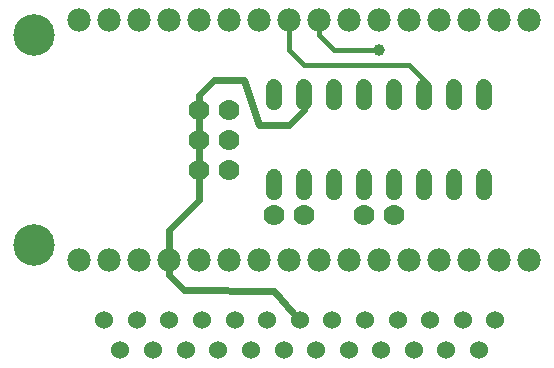
<source format=gbl>
G04 MADE WITH FRITZING*
G04 WWW.FRITZING.ORG*
G04 DOUBLE SIDED*
G04 HOLES PLATED*
G04 CONTOUR ON CENTER OF CONTOUR VECTOR*
%ASAXBY*%
%FSLAX23Y23*%
%MOIN*%
%OFA0B0*%
%SFA1.0B1.0*%
%ADD10C,0.070000*%
%ADD11C,0.052000*%
%ADD12C,0.078000*%
%ADD13C,0.060000*%
%ADD14C,0.039370*%
%ADD15C,0.138425*%
%ADD16C,0.066000*%
%ADD17C,0.024000*%
%ADD18C,0.016000*%
%ADD19R,0.001000X0.001000*%
%LNCOPPER0*%
G90*
G70*
G54D10*
X851Y987D03*
X751Y987D03*
X851Y1088D03*
X751Y1088D03*
X851Y1188D03*
X751Y1188D03*
X1101Y837D03*
X1001Y837D03*
X1401Y837D03*
X1301Y837D03*
G54D11*
X1001Y937D03*
X1101Y937D03*
X1201Y937D03*
X1301Y937D03*
X1401Y937D03*
X1501Y937D03*
X1601Y937D03*
X1701Y937D03*
X1701Y1238D03*
X1601Y1238D03*
X1501Y1238D03*
X1401Y1238D03*
X1301Y1238D03*
X1201Y1238D03*
X1101Y1238D03*
X1001Y1238D03*
G54D12*
X351Y1488D03*
X451Y1488D03*
X551Y1488D03*
X651Y1488D03*
X751Y1488D03*
X851Y1488D03*
X951Y1488D03*
X1051Y1488D03*
X1151Y1488D03*
X1251Y1488D03*
X1351Y1488D03*
X1451Y1488D03*
X1551Y1488D03*
X1651Y1488D03*
X1751Y1488D03*
X1851Y1488D03*
X351Y687D03*
X451Y687D03*
X551Y687D03*
X651Y687D03*
X751Y687D03*
X851Y687D03*
X951Y687D03*
X1051Y687D03*
X1151Y687D03*
X1251Y687D03*
X1351Y687D03*
X1451Y687D03*
X1551Y687D03*
X1651Y687D03*
X1751Y687D03*
X1851Y687D03*
G54D13*
X1739Y487D03*
X1630Y487D03*
X1522Y487D03*
X1413Y487D03*
X1304Y487D03*
X1196Y487D03*
X1087Y487D03*
X978Y487D03*
X870Y487D03*
X761Y487D03*
X652Y487D03*
X544Y487D03*
X435Y487D03*
X1685Y387D03*
X1576Y387D03*
X1467Y387D03*
X1359Y387D03*
X1250Y387D03*
X1141Y387D03*
X1033Y387D03*
X924Y387D03*
X815Y387D03*
X707Y387D03*
X598Y387D03*
X489Y387D03*
G54D14*
X1352Y1387D03*
G54D15*
X201Y737D03*
G54D16*
X1851Y687D03*
X1751Y687D03*
X1651Y687D03*
X1551Y687D03*
X1451Y687D03*
X1351Y687D03*
G54D15*
X201Y1438D03*
G54D16*
X751Y687D03*
X651Y687D03*
X451Y687D03*
X351Y687D03*
X751Y1488D03*
X851Y1488D03*
X951Y1488D03*
X1051Y1488D03*
X1151Y1488D03*
X1251Y1488D03*
X1351Y1488D03*
X1451Y1488D03*
X1551Y1488D03*
X1651Y1488D03*
X1751Y1488D03*
X1851Y1488D03*
G54D17*
X751Y1187D02*
X751Y1114D01*
D02*
X751Y1237D02*
X751Y1187D01*
D02*
X952Y1137D02*
X902Y1288D01*
D02*
X801Y1288D02*
X751Y1237D01*
D02*
X1101Y1187D02*
X1051Y1137D01*
D02*
X1101Y1210D02*
X1101Y1187D01*
D02*
X902Y1288D02*
X801Y1288D01*
D02*
X751Y1161D02*
X751Y1114D01*
D02*
X751Y1061D02*
X751Y1014D01*
D02*
X1051Y1137D02*
X952Y1137D01*
D02*
X651Y787D02*
X751Y887D01*
D02*
X751Y887D02*
X751Y961D01*
D02*
X651Y718D02*
X651Y787D01*
D02*
X702Y588D02*
X651Y638D01*
D02*
X1001Y586D02*
X702Y588D01*
D02*
X651Y638D02*
X651Y657D01*
D02*
X1066Y511D02*
X1001Y586D01*
G54D18*
D02*
X1201Y1387D02*
X1338Y1387D01*
D02*
X1151Y1438D02*
X1201Y1387D01*
D02*
X1151Y1462D02*
X1151Y1438D01*
D02*
X1051Y1462D02*
X1052Y1387D01*
D02*
X1052Y1387D02*
X1102Y1337D01*
D02*
X1102Y1337D02*
X1451Y1337D01*
D02*
X1451Y1337D02*
X1501Y1288D01*
D02*
X1501Y1288D02*
X1501Y1259D01*
G54D19*
X998Y1290D02*
X1004Y1290D01*
X1098Y1290D02*
X1104Y1290D01*
X1198Y1290D02*
X1204Y1290D01*
X1298Y1290D02*
X1304Y1290D01*
X1398Y1290D02*
X1404Y1290D01*
X1498Y1290D02*
X1504Y1290D01*
X1598Y1290D02*
X1604Y1290D01*
X1698Y1290D02*
X1704Y1290D01*
X993Y1289D02*
X1008Y1289D01*
X1093Y1289D02*
X1108Y1289D01*
X1193Y1289D02*
X1208Y1289D01*
X1293Y1289D02*
X1308Y1289D01*
X1393Y1289D02*
X1408Y1289D01*
X1493Y1289D02*
X1508Y1289D01*
X1593Y1289D02*
X1608Y1289D01*
X1693Y1289D02*
X1708Y1289D01*
X991Y1288D02*
X1011Y1288D01*
X1091Y1288D02*
X1111Y1288D01*
X1191Y1288D02*
X1211Y1288D01*
X1291Y1288D02*
X1311Y1288D01*
X1391Y1288D02*
X1411Y1288D01*
X1491Y1288D02*
X1511Y1288D01*
X1591Y1288D02*
X1611Y1288D01*
X1691Y1288D02*
X1711Y1288D01*
X989Y1287D02*
X1013Y1287D01*
X1089Y1287D02*
X1113Y1287D01*
X1189Y1287D02*
X1213Y1287D01*
X1289Y1287D02*
X1313Y1287D01*
X1389Y1287D02*
X1413Y1287D01*
X1489Y1287D02*
X1513Y1287D01*
X1589Y1287D02*
X1613Y1287D01*
X1689Y1287D02*
X1713Y1287D01*
X987Y1286D02*
X1015Y1286D01*
X1087Y1286D02*
X1115Y1286D01*
X1187Y1286D02*
X1215Y1286D01*
X1287Y1286D02*
X1315Y1286D01*
X1387Y1286D02*
X1415Y1286D01*
X1487Y1286D02*
X1515Y1286D01*
X1587Y1286D02*
X1615Y1286D01*
X1687Y1286D02*
X1715Y1286D01*
X986Y1285D02*
X1016Y1285D01*
X1086Y1285D02*
X1116Y1285D01*
X1186Y1285D02*
X1216Y1285D01*
X1286Y1285D02*
X1316Y1285D01*
X1386Y1285D02*
X1416Y1285D01*
X1486Y1285D02*
X1516Y1285D01*
X1586Y1285D02*
X1616Y1285D01*
X1686Y1285D02*
X1716Y1285D01*
X985Y1284D02*
X1017Y1284D01*
X1085Y1284D02*
X1117Y1284D01*
X1185Y1284D02*
X1217Y1284D01*
X1285Y1284D02*
X1317Y1284D01*
X1385Y1284D02*
X1417Y1284D01*
X1485Y1284D02*
X1517Y1284D01*
X1585Y1284D02*
X1617Y1284D01*
X1685Y1284D02*
X1717Y1284D01*
X983Y1283D02*
X1018Y1283D01*
X1083Y1283D02*
X1118Y1283D01*
X1183Y1283D02*
X1218Y1283D01*
X1283Y1283D02*
X1318Y1283D01*
X1383Y1283D02*
X1418Y1283D01*
X1483Y1283D02*
X1518Y1283D01*
X1583Y1283D02*
X1618Y1283D01*
X1683Y1283D02*
X1718Y1283D01*
X982Y1282D02*
X1019Y1282D01*
X1082Y1282D02*
X1119Y1282D01*
X1182Y1282D02*
X1219Y1282D01*
X1282Y1282D02*
X1319Y1282D01*
X1382Y1282D02*
X1419Y1282D01*
X1482Y1282D02*
X1519Y1282D01*
X1582Y1282D02*
X1619Y1282D01*
X1682Y1282D02*
X1719Y1282D01*
X982Y1281D02*
X1020Y1281D01*
X1082Y1281D02*
X1120Y1281D01*
X1182Y1281D02*
X1220Y1281D01*
X1282Y1281D02*
X1320Y1281D01*
X1382Y1281D02*
X1420Y1281D01*
X1482Y1281D02*
X1520Y1281D01*
X1582Y1281D02*
X1620Y1281D01*
X1682Y1281D02*
X1720Y1281D01*
X981Y1280D02*
X1021Y1280D01*
X1081Y1280D02*
X1121Y1280D01*
X1181Y1280D02*
X1221Y1280D01*
X1281Y1280D02*
X1321Y1280D01*
X1381Y1280D02*
X1421Y1280D01*
X1481Y1280D02*
X1521Y1280D01*
X1581Y1280D02*
X1621Y1280D01*
X1681Y1280D02*
X1721Y1280D01*
X980Y1279D02*
X1022Y1279D01*
X1080Y1279D02*
X1122Y1279D01*
X1180Y1279D02*
X1222Y1279D01*
X1280Y1279D02*
X1322Y1279D01*
X1380Y1279D02*
X1422Y1279D01*
X1480Y1279D02*
X1522Y1279D01*
X1580Y1279D02*
X1622Y1279D01*
X1680Y1279D02*
X1722Y1279D01*
X979Y1278D02*
X1022Y1278D01*
X1079Y1278D02*
X1122Y1278D01*
X1179Y1278D02*
X1222Y1278D01*
X1279Y1278D02*
X1322Y1278D01*
X1379Y1278D02*
X1422Y1278D01*
X1479Y1278D02*
X1522Y1278D01*
X1579Y1278D02*
X1622Y1278D01*
X1679Y1278D02*
X1722Y1278D01*
X979Y1277D02*
X1023Y1277D01*
X1079Y1277D02*
X1123Y1277D01*
X1179Y1277D02*
X1223Y1277D01*
X1279Y1277D02*
X1323Y1277D01*
X1379Y1277D02*
X1423Y1277D01*
X1479Y1277D02*
X1523Y1277D01*
X1579Y1277D02*
X1623Y1277D01*
X1679Y1277D02*
X1723Y1277D01*
X978Y1276D02*
X1023Y1276D01*
X1078Y1276D02*
X1123Y1276D01*
X1178Y1276D02*
X1223Y1276D01*
X1278Y1276D02*
X1323Y1276D01*
X1378Y1276D02*
X1423Y1276D01*
X1478Y1276D02*
X1523Y1276D01*
X1578Y1276D02*
X1623Y1276D01*
X1678Y1276D02*
X1723Y1276D01*
X978Y1275D02*
X1024Y1275D01*
X1078Y1275D02*
X1124Y1275D01*
X1178Y1275D02*
X1224Y1275D01*
X1278Y1275D02*
X1324Y1275D01*
X1378Y1275D02*
X1424Y1275D01*
X1478Y1275D02*
X1524Y1275D01*
X1578Y1275D02*
X1624Y1275D01*
X1678Y1275D02*
X1724Y1275D01*
X977Y1274D02*
X1025Y1274D01*
X1077Y1274D02*
X1124Y1274D01*
X1177Y1274D02*
X1224Y1274D01*
X1277Y1274D02*
X1324Y1274D01*
X1377Y1274D02*
X1424Y1274D01*
X1477Y1274D02*
X1524Y1274D01*
X1577Y1274D02*
X1624Y1274D01*
X1677Y1274D02*
X1724Y1274D01*
X977Y1273D02*
X1025Y1273D01*
X1077Y1273D02*
X1125Y1273D01*
X1177Y1273D02*
X1225Y1273D01*
X1277Y1273D02*
X1325Y1273D01*
X1377Y1273D02*
X1425Y1273D01*
X1477Y1273D02*
X1525Y1273D01*
X1577Y1273D02*
X1625Y1273D01*
X1677Y1273D02*
X1725Y1273D01*
X977Y1272D02*
X1025Y1272D01*
X1077Y1272D02*
X1125Y1272D01*
X1177Y1272D02*
X1225Y1272D01*
X1277Y1272D02*
X1325Y1272D01*
X1377Y1272D02*
X1425Y1272D01*
X1477Y1272D02*
X1525Y1272D01*
X1577Y1272D02*
X1625Y1272D01*
X1677Y1272D02*
X1725Y1272D01*
X976Y1271D02*
X1025Y1271D01*
X1076Y1271D02*
X1125Y1271D01*
X1176Y1271D02*
X1225Y1271D01*
X1276Y1271D02*
X1325Y1271D01*
X1376Y1271D02*
X1425Y1271D01*
X1476Y1271D02*
X1525Y1271D01*
X1576Y1271D02*
X1625Y1271D01*
X1676Y1271D02*
X1725Y1271D01*
X976Y1270D02*
X1026Y1270D01*
X1076Y1270D02*
X1126Y1270D01*
X1176Y1270D02*
X1226Y1270D01*
X1276Y1270D02*
X1326Y1270D01*
X1376Y1270D02*
X1426Y1270D01*
X1476Y1270D02*
X1526Y1270D01*
X1576Y1270D02*
X1626Y1270D01*
X1676Y1270D02*
X1726Y1270D01*
X976Y1269D02*
X1026Y1269D01*
X1076Y1269D02*
X1126Y1269D01*
X1176Y1269D02*
X1226Y1269D01*
X1276Y1269D02*
X1326Y1269D01*
X1376Y1269D02*
X1426Y1269D01*
X1476Y1269D02*
X1526Y1269D01*
X1576Y1269D02*
X1626Y1269D01*
X1676Y1269D02*
X1726Y1269D01*
X976Y1268D02*
X1026Y1268D01*
X1076Y1268D02*
X1126Y1268D01*
X1176Y1268D02*
X1226Y1268D01*
X1276Y1268D02*
X1326Y1268D01*
X1376Y1268D02*
X1426Y1268D01*
X1476Y1268D02*
X1526Y1268D01*
X1576Y1268D02*
X1626Y1268D01*
X1676Y1268D02*
X1726Y1268D01*
X976Y1267D02*
X1026Y1267D01*
X1076Y1267D02*
X1126Y1267D01*
X1176Y1267D02*
X1226Y1267D01*
X1276Y1267D02*
X1326Y1267D01*
X1376Y1267D02*
X1426Y1267D01*
X1476Y1267D02*
X1526Y1267D01*
X1576Y1267D02*
X1626Y1267D01*
X1676Y1267D02*
X1726Y1267D01*
X975Y1266D02*
X1026Y1266D01*
X1075Y1266D02*
X1126Y1266D01*
X1175Y1266D02*
X1226Y1266D01*
X1275Y1266D02*
X1326Y1266D01*
X1375Y1266D02*
X1426Y1266D01*
X1475Y1266D02*
X1526Y1266D01*
X1575Y1266D02*
X1626Y1266D01*
X1675Y1266D02*
X1726Y1266D01*
X975Y1265D02*
X1026Y1265D01*
X1075Y1265D02*
X1126Y1265D01*
X1175Y1265D02*
X1226Y1265D01*
X1275Y1265D02*
X1326Y1265D01*
X1375Y1265D02*
X1426Y1265D01*
X1475Y1265D02*
X1526Y1265D01*
X1575Y1265D02*
X1626Y1265D01*
X1675Y1265D02*
X1726Y1265D01*
X975Y1264D02*
X1026Y1264D01*
X1075Y1264D02*
X1126Y1264D01*
X1175Y1264D02*
X1226Y1264D01*
X1275Y1264D02*
X1326Y1264D01*
X1375Y1264D02*
X1426Y1264D01*
X1475Y1264D02*
X1526Y1264D01*
X1575Y1264D02*
X1626Y1264D01*
X1675Y1264D02*
X1726Y1264D01*
X975Y1263D02*
X1026Y1263D01*
X1075Y1263D02*
X1126Y1263D01*
X1175Y1263D02*
X1226Y1263D01*
X1275Y1263D02*
X1326Y1263D01*
X1375Y1263D02*
X1426Y1263D01*
X1475Y1263D02*
X1526Y1263D01*
X1575Y1263D02*
X1626Y1263D01*
X1675Y1263D02*
X1726Y1263D01*
X975Y1262D02*
X1026Y1262D01*
X1075Y1262D02*
X1126Y1262D01*
X1175Y1262D02*
X1226Y1262D01*
X1275Y1262D02*
X1326Y1262D01*
X1375Y1262D02*
X1426Y1262D01*
X1475Y1262D02*
X1526Y1262D01*
X1575Y1262D02*
X1626Y1262D01*
X1675Y1262D02*
X1726Y1262D01*
X975Y1261D02*
X1026Y1261D01*
X1075Y1261D02*
X1126Y1261D01*
X1175Y1261D02*
X1226Y1261D01*
X1275Y1261D02*
X1326Y1261D01*
X1375Y1261D02*
X1426Y1261D01*
X1475Y1261D02*
X1526Y1261D01*
X1575Y1261D02*
X1626Y1261D01*
X1675Y1261D02*
X1726Y1261D01*
X975Y1260D02*
X1026Y1260D01*
X1075Y1260D02*
X1126Y1260D01*
X1175Y1260D02*
X1226Y1260D01*
X1275Y1260D02*
X1326Y1260D01*
X1375Y1260D02*
X1426Y1260D01*
X1475Y1260D02*
X1526Y1260D01*
X1575Y1260D02*
X1626Y1260D01*
X1675Y1260D02*
X1726Y1260D01*
X975Y1259D02*
X1026Y1259D01*
X1075Y1259D02*
X1126Y1259D01*
X1175Y1259D02*
X1226Y1259D01*
X1275Y1259D02*
X1326Y1259D01*
X1375Y1259D02*
X1426Y1259D01*
X1475Y1259D02*
X1526Y1259D01*
X1575Y1259D02*
X1626Y1259D01*
X1675Y1259D02*
X1726Y1259D01*
X975Y1258D02*
X1026Y1258D01*
X1075Y1258D02*
X1126Y1258D01*
X1175Y1258D02*
X1226Y1258D01*
X1275Y1258D02*
X1326Y1258D01*
X1375Y1258D02*
X1426Y1258D01*
X1475Y1258D02*
X1526Y1258D01*
X1575Y1258D02*
X1626Y1258D01*
X1675Y1258D02*
X1726Y1258D01*
X975Y1257D02*
X1026Y1257D01*
X1075Y1257D02*
X1126Y1257D01*
X1175Y1257D02*
X1226Y1257D01*
X1275Y1257D02*
X1326Y1257D01*
X1375Y1257D02*
X1426Y1257D01*
X1475Y1257D02*
X1526Y1257D01*
X1575Y1257D02*
X1626Y1257D01*
X1675Y1257D02*
X1726Y1257D01*
X975Y1256D02*
X1026Y1256D01*
X1075Y1256D02*
X1126Y1256D01*
X1175Y1256D02*
X1226Y1256D01*
X1275Y1256D02*
X1326Y1256D01*
X1375Y1256D02*
X1426Y1256D01*
X1475Y1256D02*
X1526Y1256D01*
X1575Y1256D02*
X1626Y1256D01*
X1675Y1256D02*
X1726Y1256D01*
X975Y1255D02*
X1026Y1255D01*
X1075Y1255D02*
X1126Y1255D01*
X1175Y1255D02*
X1226Y1255D01*
X1275Y1255D02*
X1326Y1255D01*
X1375Y1255D02*
X1426Y1255D01*
X1475Y1255D02*
X1526Y1255D01*
X1575Y1255D02*
X1626Y1255D01*
X1675Y1255D02*
X1726Y1255D01*
X975Y1254D02*
X997Y1254D01*
X1004Y1254D02*
X1026Y1254D01*
X1075Y1254D02*
X1097Y1254D01*
X1104Y1254D02*
X1126Y1254D01*
X1175Y1254D02*
X1197Y1254D01*
X1204Y1254D02*
X1226Y1254D01*
X1275Y1254D02*
X1297Y1254D01*
X1304Y1254D02*
X1326Y1254D01*
X1375Y1254D02*
X1397Y1254D01*
X1404Y1254D02*
X1426Y1254D01*
X1475Y1254D02*
X1497Y1254D01*
X1504Y1254D02*
X1526Y1254D01*
X1575Y1254D02*
X1597Y1254D01*
X1604Y1254D02*
X1626Y1254D01*
X1675Y1254D02*
X1697Y1254D01*
X1704Y1254D02*
X1726Y1254D01*
X975Y1253D02*
X994Y1253D01*
X1008Y1253D02*
X1026Y1253D01*
X1075Y1253D02*
X1094Y1253D01*
X1108Y1253D02*
X1126Y1253D01*
X1175Y1253D02*
X1194Y1253D01*
X1208Y1253D02*
X1226Y1253D01*
X1275Y1253D02*
X1294Y1253D01*
X1308Y1253D02*
X1326Y1253D01*
X1375Y1253D02*
X1394Y1253D01*
X1408Y1253D02*
X1426Y1253D01*
X1475Y1253D02*
X1494Y1253D01*
X1508Y1253D02*
X1526Y1253D01*
X1575Y1253D02*
X1594Y1253D01*
X1608Y1253D02*
X1626Y1253D01*
X1675Y1253D02*
X1694Y1253D01*
X1708Y1253D02*
X1726Y1253D01*
X975Y1252D02*
X992Y1252D01*
X1010Y1252D02*
X1026Y1252D01*
X1075Y1252D02*
X1092Y1252D01*
X1110Y1252D02*
X1126Y1252D01*
X1175Y1252D02*
X1192Y1252D01*
X1210Y1252D02*
X1226Y1252D01*
X1275Y1252D02*
X1292Y1252D01*
X1310Y1252D02*
X1326Y1252D01*
X1375Y1252D02*
X1392Y1252D01*
X1410Y1252D02*
X1426Y1252D01*
X1475Y1252D02*
X1492Y1252D01*
X1510Y1252D02*
X1526Y1252D01*
X1575Y1252D02*
X1592Y1252D01*
X1610Y1252D02*
X1626Y1252D01*
X1675Y1252D02*
X1692Y1252D01*
X1710Y1252D02*
X1726Y1252D01*
X975Y1251D02*
X991Y1251D01*
X1011Y1251D02*
X1026Y1251D01*
X1075Y1251D02*
X1091Y1251D01*
X1111Y1251D02*
X1126Y1251D01*
X1175Y1251D02*
X1191Y1251D01*
X1211Y1251D02*
X1226Y1251D01*
X1275Y1251D02*
X1291Y1251D01*
X1311Y1251D02*
X1326Y1251D01*
X1375Y1251D02*
X1391Y1251D01*
X1411Y1251D02*
X1426Y1251D01*
X1475Y1251D02*
X1491Y1251D01*
X1511Y1251D02*
X1526Y1251D01*
X1575Y1251D02*
X1591Y1251D01*
X1611Y1251D02*
X1626Y1251D01*
X1675Y1251D02*
X1691Y1251D01*
X1711Y1251D02*
X1726Y1251D01*
X975Y1250D02*
X990Y1250D01*
X1012Y1250D02*
X1026Y1250D01*
X1075Y1250D02*
X1090Y1250D01*
X1112Y1250D02*
X1126Y1250D01*
X1175Y1250D02*
X1190Y1250D01*
X1212Y1250D02*
X1226Y1250D01*
X1275Y1250D02*
X1290Y1250D01*
X1312Y1250D02*
X1326Y1250D01*
X1375Y1250D02*
X1390Y1250D01*
X1412Y1250D02*
X1426Y1250D01*
X1475Y1250D02*
X1490Y1250D01*
X1512Y1250D02*
X1526Y1250D01*
X1575Y1250D02*
X1590Y1250D01*
X1612Y1250D02*
X1626Y1250D01*
X1675Y1250D02*
X1690Y1250D01*
X1712Y1250D02*
X1726Y1250D01*
X975Y1249D02*
X989Y1249D01*
X1013Y1249D02*
X1026Y1249D01*
X1075Y1249D02*
X1089Y1249D01*
X1113Y1249D02*
X1126Y1249D01*
X1175Y1249D02*
X1189Y1249D01*
X1213Y1249D02*
X1226Y1249D01*
X1275Y1249D02*
X1289Y1249D01*
X1313Y1249D02*
X1326Y1249D01*
X1375Y1249D02*
X1389Y1249D01*
X1413Y1249D02*
X1426Y1249D01*
X1475Y1249D02*
X1489Y1249D01*
X1513Y1249D02*
X1526Y1249D01*
X1575Y1249D02*
X1589Y1249D01*
X1613Y1249D02*
X1626Y1249D01*
X1675Y1249D02*
X1689Y1249D01*
X1713Y1249D02*
X1726Y1249D01*
X975Y1248D02*
X988Y1248D01*
X1014Y1248D02*
X1026Y1248D01*
X1075Y1248D02*
X1088Y1248D01*
X1114Y1248D02*
X1126Y1248D01*
X1175Y1248D02*
X1188Y1248D01*
X1214Y1248D02*
X1226Y1248D01*
X1275Y1248D02*
X1288Y1248D01*
X1314Y1248D02*
X1326Y1248D01*
X1375Y1248D02*
X1388Y1248D01*
X1414Y1248D02*
X1426Y1248D01*
X1475Y1248D02*
X1488Y1248D01*
X1514Y1248D02*
X1526Y1248D01*
X1575Y1248D02*
X1588Y1248D01*
X1614Y1248D02*
X1626Y1248D01*
X1675Y1248D02*
X1688Y1248D01*
X1714Y1248D02*
X1726Y1248D01*
X975Y1247D02*
X987Y1247D01*
X1015Y1247D02*
X1026Y1247D01*
X1075Y1247D02*
X1087Y1247D01*
X1115Y1247D02*
X1126Y1247D01*
X1175Y1247D02*
X1187Y1247D01*
X1215Y1247D02*
X1226Y1247D01*
X1275Y1247D02*
X1287Y1247D01*
X1315Y1247D02*
X1326Y1247D01*
X1375Y1247D02*
X1387Y1247D01*
X1415Y1247D02*
X1426Y1247D01*
X1475Y1247D02*
X1487Y1247D01*
X1515Y1247D02*
X1526Y1247D01*
X1575Y1247D02*
X1587Y1247D01*
X1615Y1247D02*
X1626Y1247D01*
X1675Y1247D02*
X1687Y1247D01*
X1715Y1247D02*
X1726Y1247D01*
X975Y1246D02*
X986Y1246D01*
X1015Y1246D02*
X1026Y1246D01*
X1075Y1246D02*
X1086Y1246D01*
X1115Y1246D02*
X1126Y1246D01*
X1175Y1246D02*
X1186Y1246D01*
X1215Y1246D02*
X1226Y1246D01*
X1275Y1246D02*
X1286Y1246D01*
X1315Y1246D02*
X1326Y1246D01*
X1375Y1246D02*
X1386Y1246D01*
X1415Y1246D02*
X1426Y1246D01*
X1475Y1246D02*
X1486Y1246D01*
X1515Y1246D02*
X1526Y1246D01*
X1575Y1246D02*
X1586Y1246D01*
X1615Y1246D02*
X1626Y1246D01*
X1675Y1246D02*
X1686Y1246D01*
X1715Y1246D02*
X1726Y1246D01*
X975Y1245D02*
X986Y1245D01*
X1016Y1245D02*
X1026Y1245D01*
X1075Y1245D02*
X1086Y1245D01*
X1116Y1245D02*
X1126Y1245D01*
X1175Y1245D02*
X1186Y1245D01*
X1216Y1245D02*
X1226Y1245D01*
X1275Y1245D02*
X1286Y1245D01*
X1316Y1245D02*
X1326Y1245D01*
X1375Y1245D02*
X1386Y1245D01*
X1416Y1245D02*
X1426Y1245D01*
X1475Y1245D02*
X1486Y1245D01*
X1516Y1245D02*
X1526Y1245D01*
X1575Y1245D02*
X1586Y1245D01*
X1616Y1245D02*
X1626Y1245D01*
X1675Y1245D02*
X1686Y1245D01*
X1716Y1245D02*
X1726Y1245D01*
X975Y1244D02*
X985Y1244D01*
X1016Y1244D02*
X1026Y1244D01*
X1075Y1244D02*
X1085Y1244D01*
X1116Y1244D02*
X1126Y1244D01*
X1175Y1244D02*
X1185Y1244D01*
X1216Y1244D02*
X1226Y1244D01*
X1275Y1244D02*
X1285Y1244D01*
X1316Y1244D02*
X1326Y1244D01*
X1375Y1244D02*
X1385Y1244D01*
X1416Y1244D02*
X1426Y1244D01*
X1475Y1244D02*
X1485Y1244D01*
X1516Y1244D02*
X1526Y1244D01*
X1575Y1244D02*
X1585Y1244D01*
X1616Y1244D02*
X1626Y1244D01*
X1675Y1244D02*
X1685Y1244D01*
X1716Y1244D02*
X1726Y1244D01*
X975Y1243D02*
X985Y1243D01*
X1017Y1243D02*
X1026Y1243D01*
X1075Y1243D02*
X1085Y1243D01*
X1117Y1243D02*
X1126Y1243D01*
X1175Y1243D02*
X1185Y1243D01*
X1217Y1243D02*
X1226Y1243D01*
X1275Y1243D02*
X1285Y1243D01*
X1317Y1243D02*
X1326Y1243D01*
X1375Y1243D02*
X1385Y1243D01*
X1417Y1243D02*
X1426Y1243D01*
X1475Y1243D02*
X1485Y1243D01*
X1517Y1243D02*
X1526Y1243D01*
X1575Y1243D02*
X1585Y1243D01*
X1617Y1243D02*
X1626Y1243D01*
X1675Y1243D02*
X1685Y1243D01*
X1717Y1243D02*
X1726Y1243D01*
X975Y1242D02*
X985Y1242D01*
X1017Y1242D02*
X1026Y1242D01*
X1075Y1242D02*
X1085Y1242D01*
X1117Y1242D02*
X1126Y1242D01*
X1175Y1242D02*
X1185Y1242D01*
X1217Y1242D02*
X1226Y1242D01*
X1275Y1242D02*
X1285Y1242D01*
X1317Y1242D02*
X1326Y1242D01*
X1375Y1242D02*
X1385Y1242D01*
X1417Y1242D02*
X1426Y1242D01*
X1475Y1242D02*
X1485Y1242D01*
X1517Y1242D02*
X1526Y1242D01*
X1575Y1242D02*
X1585Y1242D01*
X1617Y1242D02*
X1626Y1242D01*
X1675Y1242D02*
X1685Y1242D01*
X1717Y1242D02*
X1726Y1242D01*
X975Y1241D02*
X985Y1241D01*
X1017Y1241D02*
X1026Y1241D01*
X1075Y1241D02*
X1085Y1241D01*
X1117Y1241D02*
X1126Y1241D01*
X1175Y1241D02*
X1185Y1241D01*
X1217Y1241D02*
X1226Y1241D01*
X1275Y1241D02*
X1285Y1241D01*
X1317Y1241D02*
X1326Y1241D01*
X1375Y1241D02*
X1385Y1241D01*
X1417Y1241D02*
X1426Y1241D01*
X1475Y1241D02*
X1485Y1241D01*
X1517Y1241D02*
X1526Y1241D01*
X1575Y1241D02*
X1585Y1241D01*
X1617Y1241D02*
X1626Y1241D01*
X1675Y1241D02*
X1685Y1241D01*
X1717Y1241D02*
X1726Y1241D01*
X975Y1240D02*
X985Y1240D01*
X1017Y1240D02*
X1026Y1240D01*
X1075Y1240D02*
X1085Y1240D01*
X1117Y1240D02*
X1126Y1240D01*
X1175Y1240D02*
X1185Y1240D01*
X1217Y1240D02*
X1226Y1240D01*
X1275Y1240D02*
X1285Y1240D01*
X1317Y1240D02*
X1326Y1240D01*
X1375Y1240D02*
X1385Y1240D01*
X1417Y1240D02*
X1426Y1240D01*
X1475Y1240D02*
X1485Y1240D01*
X1517Y1240D02*
X1526Y1240D01*
X1575Y1240D02*
X1585Y1240D01*
X1617Y1240D02*
X1626Y1240D01*
X1675Y1240D02*
X1685Y1240D01*
X1717Y1240D02*
X1726Y1240D01*
X975Y1239D02*
X984Y1239D01*
X1017Y1239D02*
X1026Y1239D01*
X1075Y1239D02*
X1084Y1239D01*
X1117Y1239D02*
X1126Y1239D01*
X1175Y1239D02*
X1184Y1239D01*
X1217Y1239D02*
X1226Y1239D01*
X1275Y1239D02*
X1284Y1239D01*
X1317Y1239D02*
X1326Y1239D01*
X1375Y1239D02*
X1384Y1239D01*
X1417Y1239D02*
X1426Y1239D01*
X1475Y1239D02*
X1484Y1239D01*
X1517Y1239D02*
X1526Y1239D01*
X1575Y1239D02*
X1584Y1239D01*
X1617Y1239D02*
X1626Y1239D01*
X1675Y1239D02*
X1684Y1239D01*
X1717Y1239D02*
X1726Y1239D01*
X975Y1238D02*
X984Y1238D01*
X1017Y1238D02*
X1026Y1238D01*
X1075Y1238D02*
X1084Y1238D01*
X1117Y1238D02*
X1126Y1238D01*
X1175Y1238D02*
X1184Y1238D01*
X1217Y1238D02*
X1226Y1238D01*
X1275Y1238D02*
X1284Y1238D01*
X1317Y1238D02*
X1326Y1238D01*
X1375Y1238D02*
X1384Y1238D01*
X1417Y1238D02*
X1426Y1238D01*
X1475Y1238D02*
X1484Y1238D01*
X1517Y1238D02*
X1526Y1238D01*
X1575Y1238D02*
X1584Y1238D01*
X1617Y1238D02*
X1626Y1238D01*
X1675Y1238D02*
X1684Y1238D01*
X1717Y1238D02*
X1726Y1238D01*
X975Y1237D02*
X985Y1237D01*
X1017Y1237D02*
X1026Y1237D01*
X1075Y1237D02*
X1085Y1237D01*
X1117Y1237D02*
X1126Y1237D01*
X1175Y1237D02*
X1185Y1237D01*
X1217Y1237D02*
X1226Y1237D01*
X1275Y1237D02*
X1285Y1237D01*
X1317Y1237D02*
X1326Y1237D01*
X1375Y1237D02*
X1385Y1237D01*
X1417Y1237D02*
X1426Y1237D01*
X1475Y1237D02*
X1484Y1237D01*
X1517Y1237D02*
X1526Y1237D01*
X1575Y1237D02*
X1584Y1237D01*
X1617Y1237D02*
X1626Y1237D01*
X1675Y1237D02*
X1684Y1237D01*
X1717Y1237D02*
X1726Y1237D01*
X975Y1236D02*
X985Y1236D01*
X1017Y1236D02*
X1026Y1236D01*
X1075Y1236D02*
X1085Y1236D01*
X1117Y1236D02*
X1126Y1236D01*
X1175Y1236D02*
X1185Y1236D01*
X1217Y1236D02*
X1226Y1236D01*
X1275Y1236D02*
X1285Y1236D01*
X1317Y1236D02*
X1326Y1236D01*
X1375Y1236D02*
X1385Y1236D01*
X1417Y1236D02*
X1426Y1236D01*
X1475Y1236D02*
X1485Y1236D01*
X1517Y1236D02*
X1526Y1236D01*
X1575Y1236D02*
X1585Y1236D01*
X1617Y1236D02*
X1626Y1236D01*
X1675Y1236D02*
X1685Y1236D01*
X1717Y1236D02*
X1726Y1236D01*
X975Y1235D02*
X985Y1235D01*
X1017Y1235D02*
X1026Y1235D01*
X1075Y1235D02*
X1085Y1235D01*
X1117Y1235D02*
X1126Y1235D01*
X1175Y1235D02*
X1185Y1235D01*
X1217Y1235D02*
X1226Y1235D01*
X1275Y1235D02*
X1285Y1235D01*
X1317Y1235D02*
X1326Y1235D01*
X1375Y1235D02*
X1385Y1235D01*
X1417Y1235D02*
X1426Y1235D01*
X1475Y1235D02*
X1485Y1235D01*
X1517Y1235D02*
X1526Y1235D01*
X1575Y1235D02*
X1585Y1235D01*
X1617Y1235D02*
X1626Y1235D01*
X1675Y1235D02*
X1685Y1235D01*
X1717Y1235D02*
X1726Y1235D01*
X975Y1234D02*
X985Y1234D01*
X1017Y1234D02*
X1026Y1234D01*
X1075Y1234D02*
X1085Y1234D01*
X1117Y1234D02*
X1126Y1234D01*
X1175Y1234D02*
X1185Y1234D01*
X1217Y1234D02*
X1226Y1234D01*
X1275Y1234D02*
X1285Y1234D01*
X1317Y1234D02*
X1326Y1234D01*
X1375Y1234D02*
X1385Y1234D01*
X1417Y1234D02*
X1426Y1234D01*
X1475Y1234D02*
X1485Y1234D01*
X1517Y1234D02*
X1526Y1234D01*
X1575Y1234D02*
X1585Y1234D01*
X1617Y1234D02*
X1626Y1234D01*
X1675Y1234D02*
X1685Y1234D01*
X1717Y1234D02*
X1726Y1234D01*
X975Y1233D02*
X985Y1233D01*
X1016Y1233D02*
X1026Y1233D01*
X1075Y1233D02*
X1085Y1233D01*
X1116Y1233D02*
X1126Y1233D01*
X1175Y1233D02*
X1185Y1233D01*
X1216Y1233D02*
X1226Y1233D01*
X1275Y1233D02*
X1285Y1233D01*
X1316Y1233D02*
X1326Y1233D01*
X1375Y1233D02*
X1385Y1233D01*
X1416Y1233D02*
X1426Y1233D01*
X1475Y1233D02*
X1485Y1233D01*
X1516Y1233D02*
X1526Y1233D01*
X1575Y1233D02*
X1585Y1233D01*
X1616Y1233D02*
X1626Y1233D01*
X1675Y1233D02*
X1685Y1233D01*
X1716Y1233D02*
X1726Y1233D01*
X975Y1232D02*
X986Y1232D01*
X1016Y1232D02*
X1026Y1232D01*
X1075Y1232D02*
X1086Y1232D01*
X1116Y1232D02*
X1126Y1232D01*
X1175Y1232D02*
X1186Y1232D01*
X1216Y1232D02*
X1226Y1232D01*
X1275Y1232D02*
X1286Y1232D01*
X1316Y1232D02*
X1326Y1232D01*
X1375Y1232D02*
X1386Y1232D01*
X1416Y1232D02*
X1426Y1232D01*
X1475Y1232D02*
X1486Y1232D01*
X1516Y1232D02*
X1526Y1232D01*
X1575Y1232D02*
X1586Y1232D01*
X1616Y1232D02*
X1626Y1232D01*
X1675Y1232D02*
X1686Y1232D01*
X1716Y1232D02*
X1726Y1232D01*
X975Y1231D02*
X986Y1231D01*
X1016Y1231D02*
X1026Y1231D01*
X1075Y1231D02*
X1086Y1231D01*
X1116Y1231D02*
X1126Y1231D01*
X1175Y1231D02*
X1186Y1231D01*
X1216Y1231D02*
X1226Y1231D01*
X1275Y1231D02*
X1286Y1231D01*
X1316Y1231D02*
X1326Y1231D01*
X1375Y1231D02*
X1386Y1231D01*
X1416Y1231D02*
X1426Y1231D01*
X1475Y1231D02*
X1486Y1231D01*
X1516Y1231D02*
X1526Y1231D01*
X1575Y1231D02*
X1586Y1231D01*
X1616Y1231D02*
X1626Y1231D01*
X1675Y1231D02*
X1686Y1231D01*
X1715Y1231D02*
X1726Y1231D01*
X975Y1230D02*
X987Y1230D01*
X1015Y1230D02*
X1026Y1230D01*
X1075Y1230D02*
X1087Y1230D01*
X1115Y1230D02*
X1126Y1230D01*
X1175Y1230D02*
X1187Y1230D01*
X1215Y1230D02*
X1226Y1230D01*
X1275Y1230D02*
X1287Y1230D01*
X1315Y1230D02*
X1326Y1230D01*
X1375Y1230D02*
X1387Y1230D01*
X1415Y1230D02*
X1426Y1230D01*
X1475Y1230D02*
X1487Y1230D01*
X1515Y1230D02*
X1526Y1230D01*
X1575Y1230D02*
X1587Y1230D01*
X1615Y1230D02*
X1626Y1230D01*
X1675Y1230D02*
X1687Y1230D01*
X1715Y1230D02*
X1726Y1230D01*
X975Y1229D02*
X987Y1229D01*
X1014Y1229D02*
X1026Y1229D01*
X1075Y1229D02*
X1087Y1229D01*
X1114Y1229D02*
X1126Y1229D01*
X1175Y1229D02*
X1187Y1229D01*
X1214Y1229D02*
X1226Y1229D01*
X1275Y1229D02*
X1287Y1229D01*
X1314Y1229D02*
X1326Y1229D01*
X1375Y1229D02*
X1387Y1229D01*
X1414Y1229D02*
X1426Y1229D01*
X1475Y1229D02*
X1487Y1229D01*
X1514Y1229D02*
X1526Y1229D01*
X1575Y1229D02*
X1587Y1229D01*
X1614Y1229D02*
X1626Y1229D01*
X1675Y1229D02*
X1687Y1229D01*
X1714Y1229D02*
X1726Y1229D01*
X975Y1228D02*
X988Y1228D01*
X1014Y1228D02*
X1026Y1228D01*
X1075Y1228D02*
X1088Y1228D01*
X1113Y1228D02*
X1126Y1228D01*
X1175Y1228D02*
X1188Y1228D01*
X1213Y1228D02*
X1226Y1228D01*
X1275Y1228D02*
X1288Y1228D01*
X1313Y1228D02*
X1326Y1228D01*
X1375Y1228D02*
X1388Y1228D01*
X1413Y1228D02*
X1426Y1228D01*
X1475Y1228D02*
X1488Y1228D01*
X1513Y1228D02*
X1526Y1228D01*
X1575Y1228D02*
X1588Y1228D01*
X1613Y1228D02*
X1626Y1228D01*
X1675Y1228D02*
X1688Y1228D01*
X1713Y1228D02*
X1726Y1228D01*
X975Y1227D02*
X989Y1227D01*
X1013Y1227D02*
X1026Y1227D01*
X1075Y1227D02*
X1089Y1227D01*
X1113Y1227D02*
X1126Y1227D01*
X1175Y1227D02*
X1189Y1227D01*
X1213Y1227D02*
X1226Y1227D01*
X1275Y1227D02*
X1289Y1227D01*
X1313Y1227D02*
X1326Y1227D01*
X1375Y1227D02*
X1389Y1227D01*
X1413Y1227D02*
X1426Y1227D01*
X1475Y1227D02*
X1489Y1227D01*
X1513Y1227D02*
X1526Y1227D01*
X1575Y1227D02*
X1589Y1227D01*
X1613Y1227D02*
X1626Y1227D01*
X1675Y1227D02*
X1689Y1227D01*
X1713Y1227D02*
X1726Y1227D01*
X975Y1226D02*
X990Y1226D01*
X1011Y1226D02*
X1026Y1226D01*
X1075Y1226D02*
X1090Y1226D01*
X1111Y1226D02*
X1126Y1226D01*
X1175Y1226D02*
X1190Y1226D01*
X1211Y1226D02*
X1226Y1226D01*
X1275Y1226D02*
X1290Y1226D01*
X1311Y1226D02*
X1326Y1226D01*
X1375Y1226D02*
X1390Y1226D01*
X1411Y1226D02*
X1426Y1226D01*
X1475Y1226D02*
X1490Y1226D01*
X1511Y1226D02*
X1526Y1226D01*
X1575Y1226D02*
X1590Y1226D01*
X1611Y1226D02*
X1626Y1226D01*
X1675Y1226D02*
X1690Y1226D01*
X1711Y1226D02*
X1726Y1226D01*
X975Y1225D02*
X992Y1225D01*
X1010Y1225D02*
X1026Y1225D01*
X1075Y1225D02*
X1092Y1225D01*
X1110Y1225D02*
X1126Y1225D01*
X1175Y1225D02*
X1192Y1225D01*
X1210Y1225D02*
X1226Y1225D01*
X1275Y1225D02*
X1292Y1225D01*
X1310Y1225D02*
X1326Y1225D01*
X1375Y1225D02*
X1392Y1225D01*
X1410Y1225D02*
X1426Y1225D01*
X1475Y1225D02*
X1492Y1225D01*
X1510Y1225D02*
X1526Y1225D01*
X1575Y1225D02*
X1592Y1225D01*
X1610Y1225D02*
X1626Y1225D01*
X1675Y1225D02*
X1692Y1225D01*
X1710Y1225D02*
X1726Y1225D01*
X975Y1224D02*
X993Y1224D01*
X1008Y1224D02*
X1026Y1224D01*
X1075Y1224D02*
X1093Y1224D01*
X1108Y1224D02*
X1126Y1224D01*
X1175Y1224D02*
X1193Y1224D01*
X1208Y1224D02*
X1226Y1224D01*
X1275Y1224D02*
X1293Y1224D01*
X1308Y1224D02*
X1326Y1224D01*
X1375Y1224D02*
X1393Y1224D01*
X1408Y1224D02*
X1426Y1224D01*
X1475Y1224D02*
X1493Y1224D01*
X1508Y1224D02*
X1526Y1224D01*
X1575Y1224D02*
X1593Y1224D01*
X1608Y1224D02*
X1626Y1224D01*
X1675Y1224D02*
X1693Y1224D01*
X1708Y1224D02*
X1726Y1224D01*
X975Y1223D02*
X996Y1223D01*
X1006Y1223D02*
X1026Y1223D01*
X1075Y1223D02*
X1096Y1223D01*
X1106Y1223D02*
X1126Y1223D01*
X1175Y1223D02*
X1196Y1223D01*
X1206Y1223D02*
X1226Y1223D01*
X1275Y1223D02*
X1296Y1223D01*
X1306Y1223D02*
X1326Y1223D01*
X1375Y1223D02*
X1396Y1223D01*
X1406Y1223D02*
X1426Y1223D01*
X1475Y1223D02*
X1496Y1223D01*
X1506Y1223D02*
X1526Y1223D01*
X1575Y1223D02*
X1596Y1223D01*
X1606Y1223D02*
X1626Y1223D01*
X1675Y1223D02*
X1696Y1223D01*
X1706Y1223D02*
X1726Y1223D01*
X975Y1222D02*
X1026Y1222D01*
X1075Y1222D02*
X1126Y1222D01*
X1175Y1222D02*
X1226Y1222D01*
X1275Y1222D02*
X1326Y1222D01*
X1375Y1222D02*
X1426Y1222D01*
X1475Y1222D02*
X1526Y1222D01*
X1575Y1222D02*
X1626Y1222D01*
X1675Y1222D02*
X1726Y1222D01*
X975Y1221D02*
X1026Y1221D01*
X1075Y1221D02*
X1126Y1221D01*
X1175Y1221D02*
X1226Y1221D01*
X1275Y1221D02*
X1326Y1221D01*
X1375Y1221D02*
X1426Y1221D01*
X1475Y1221D02*
X1526Y1221D01*
X1575Y1221D02*
X1626Y1221D01*
X1675Y1221D02*
X1726Y1221D01*
X975Y1220D02*
X1026Y1220D01*
X1075Y1220D02*
X1126Y1220D01*
X1175Y1220D02*
X1226Y1220D01*
X1275Y1220D02*
X1326Y1220D01*
X1375Y1220D02*
X1426Y1220D01*
X1475Y1220D02*
X1526Y1220D01*
X1575Y1220D02*
X1626Y1220D01*
X1675Y1220D02*
X1726Y1220D01*
X975Y1219D02*
X1026Y1219D01*
X1075Y1219D02*
X1126Y1219D01*
X1175Y1219D02*
X1226Y1219D01*
X1275Y1219D02*
X1326Y1219D01*
X1375Y1219D02*
X1426Y1219D01*
X1475Y1219D02*
X1526Y1219D01*
X1575Y1219D02*
X1626Y1219D01*
X1675Y1219D02*
X1726Y1219D01*
X975Y1218D02*
X1026Y1218D01*
X1075Y1218D02*
X1126Y1218D01*
X1175Y1218D02*
X1226Y1218D01*
X1275Y1218D02*
X1326Y1218D01*
X1375Y1218D02*
X1426Y1218D01*
X1475Y1218D02*
X1526Y1218D01*
X1575Y1218D02*
X1626Y1218D01*
X1675Y1218D02*
X1726Y1218D01*
X975Y1217D02*
X1026Y1217D01*
X1075Y1217D02*
X1126Y1217D01*
X1175Y1217D02*
X1226Y1217D01*
X1275Y1217D02*
X1326Y1217D01*
X1375Y1217D02*
X1426Y1217D01*
X1475Y1217D02*
X1526Y1217D01*
X1575Y1217D02*
X1626Y1217D01*
X1675Y1217D02*
X1726Y1217D01*
X975Y1216D02*
X1026Y1216D01*
X1075Y1216D02*
X1126Y1216D01*
X1175Y1216D02*
X1226Y1216D01*
X1275Y1216D02*
X1326Y1216D01*
X1375Y1216D02*
X1426Y1216D01*
X1475Y1216D02*
X1526Y1216D01*
X1575Y1216D02*
X1626Y1216D01*
X1675Y1216D02*
X1726Y1216D01*
X975Y1215D02*
X1026Y1215D01*
X1075Y1215D02*
X1126Y1215D01*
X1175Y1215D02*
X1226Y1215D01*
X1275Y1215D02*
X1326Y1215D01*
X1375Y1215D02*
X1426Y1215D01*
X1475Y1215D02*
X1526Y1215D01*
X1575Y1215D02*
X1626Y1215D01*
X1675Y1215D02*
X1726Y1215D01*
X975Y1214D02*
X1026Y1214D01*
X1075Y1214D02*
X1126Y1214D01*
X1175Y1214D02*
X1226Y1214D01*
X1275Y1214D02*
X1326Y1214D01*
X1375Y1214D02*
X1426Y1214D01*
X1475Y1214D02*
X1526Y1214D01*
X1575Y1214D02*
X1626Y1214D01*
X1675Y1214D02*
X1726Y1214D01*
X975Y1213D02*
X1026Y1213D01*
X1075Y1213D02*
X1126Y1213D01*
X1175Y1213D02*
X1226Y1213D01*
X1275Y1213D02*
X1326Y1213D01*
X1375Y1213D02*
X1426Y1213D01*
X1475Y1213D02*
X1526Y1213D01*
X1575Y1213D02*
X1626Y1213D01*
X1675Y1213D02*
X1726Y1213D01*
X975Y1212D02*
X1026Y1212D01*
X1075Y1212D02*
X1126Y1212D01*
X1175Y1212D02*
X1226Y1212D01*
X1275Y1212D02*
X1326Y1212D01*
X1375Y1212D02*
X1426Y1212D01*
X1475Y1212D02*
X1526Y1212D01*
X1575Y1212D02*
X1626Y1212D01*
X1675Y1212D02*
X1726Y1212D01*
X975Y1211D02*
X1026Y1211D01*
X1075Y1211D02*
X1126Y1211D01*
X1175Y1211D02*
X1226Y1211D01*
X1275Y1211D02*
X1326Y1211D01*
X1375Y1211D02*
X1426Y1211D01*
X1475Y1211D02*
X1526Y1211D01*
X1575Y1211D02*
X1626Y1211D01*
X1675Y1211D02*
X1726Y1211D01*
X975Y1210D02*
X1026Y1210D01*
X1075Y1210D02*
X1126Y1210D01*
X1175Y1210D02*
X1226Y1210D01*
X1275Y1210D02*
X1326Y1210D01*
X1375Y1210D02*
X1426Y1210D01*
X1475Y1210D02*
X1526Y1210D01*
X1575Y1210D02*
X1626Y1210D01*
X1675Y1210D02*
X1726Y1210D01*
X976Y1209D02*
X1026Y1209D01*
X1076Y1209D02*
X1126Y1209D01*
X1176Y1209D02*
X1226Y1209D01*
X1276Y1209D02*
X1326Y1209D01*
X1376Y1209D02*
X1426Y1209D01*
X1476Y1209D02*
X1526Y1209D01*
X1576Y1209D02*
X1626Y1209D01*
X1676Y1209D02*
X1726Y1209D01*
X976Y1208D02*
X1026Y1208D01*
X1076Y1208D02*
X1126Y1208D01*
X1176Y1208D02*
X1226Y1208D01*
X1276Y1208D02*
X1326Y1208D01*
X1376Y1208D02*
X1426Y1208D01*
X1476Y1208D02*
X1526Y1208D01*
X1576Y1208D02*
X1626Y1208D01*
X1676Y1208D02*
X1726Y1208D01*
X976Y1207D02*
X1026Y1207D01*
X1076Y1207D02*
X1126Y1207D01*
X1176Y1207D02*
X1226Y1207D01*
X1276Y1207D02*
X1326Y1207D01*
X1376Y1207D02*
X1426Y1207D01*
X1476Y1207D02*
X1526Y1207D01*
X1576Y1207D02*
X1626Y1207D01*
X1676Y1207D02*
X1726Y1207D01*
X976Y1206D02*
X1026Y1206D01*
X1076Y1206D02*
X1126Y1206D01*
X1176Y1206D02*
X1226Y1206D01*
X1276Y1206D02*
X1326Y1206D01*
X1376Y1206D02*
X1426Y1206D01*
X1476Y1206D02*
X1526Y1206D01*
X1576Y1206D02*
X1626Y1206D01*
X1676Y1206D02*
X1726Y1206D01*
X976Y1205D02*
X1025Y1205D01*
X1076Y1205D02*
X1125Y1205D01*
X1176Y1205D02*
X1225Y1205D01*
X1276Y1205D02*
X1325Y1205D01*
X1376Y1205D02*
X1425Y1205D01*
X1476Y1205D02*
X1525Y1205D01*
X1576Y1205D02*
X1625Y1205D01*
X1676Y1205D02*
X1725Y1205D01*
X977Y1204D02*
X1025Y1204D01*
X1077Y1204D02*
X1125Y1204D01*
X1177Y1204D02*
X1225Y1204D01*
X1277Y1204D02*
X1325Y1204D01*
X1377Y1204D02*
X1425Y1204D01*
X1477Y1204D02*
X1525Y1204D01*
X1577Y1204D02*
X1625Y1204D01*
X1677Y1204D02*
X1725Y1204D01*
X977Y1203D02*
X1025Y1203D01*
X1077Y1203D02*
X1125Y1203D01*
X1177Y1203D02*
X1225Y1203D01*
X1277Y1203D02*
X1325Y1203D01*
X1377Y1203D02*
X1425Y1203D01*
X1477Y1203D02*
X1525Y1203D01*
X1577Y1203D02*
X1625Y1203D01*
X1677Y1203D02*
X1725Y1203D01*
X978Y1202D02*
X1024Y1202D01*
X1078Y1202D02*
X1124Y1202D01*
X1178Y1202D02*
X1224Y1202D01*
X1278Y1202D02*
X1324Y1202D01*
X1378Y1202D02*
X1424Y1202D01*
X1478Y1202D02*
X1524Y1202D01*
X1578Y1202D02*
X1624Y1202D01*
X1678Y1202D02*
X1724Y1202D01*
X978Y1201D02*
X1024Y1201D01*
X1078Y1201D02*
X1124Y1201D01*
X1178Y1201D02*
X1224Y1201D01*
X1278Y1201D02*
X1324Y1201D01*
X1378Y1201D02*
X1424Y1201D01*
X1478Y1201D02*
X1524Y1201D01*
X1578Y1201D02*
X1624Y1201D01*
X1678Y1201D02*
X1724Y1201D01*
X979Y1200D02*
X1023Y1200D01*
X1079Y1200D02*
X1123Y1200D01*
X1179Y1200D02*
X1223Y1200D01*
X1279Y1200D02*
X1323Y1200D01*
X1379Y1200D02*
X1423Y1200D01*
X1479Y1200D02*
X1523Y1200D01*
X1579Y1200D02*
X1623Y1200D01*
X1679Y1200D02*
X1723Y1200D01*
X979Y1199D02*
X1023Y1199D01*
X1079Y1199D02*
X1123Y1199D01*
X1179Y1199D02*
X1223Y1199D01*
X1279Y1199D02*
X1323Y1199D01*
X1379Y1199D02*
X1423Y1199D01*
X1479Y1199D02*
X1523Y1199D01*
X1579Y1199D02*
X1623Y1199D01*
X1679Y1199D02*
X1723Y1199D01*
X980Y1198D02*
X1022Y1198D01*
X1080Y1198D02*
X1122Y1198D01*
X1180Y1198D02*
X1222Y1198D01*
X1280Y1198D02*
X1322Y1198D01*
X1380Y1198D02*
X1422Y1198D01*
X1480Y1198D02*
X1522Y1198D01*
X1580Y1198D02*
X1622Y1198D01*
X1680Y1198D02*
X1722Y1198D01*
X980Y1197D02*
X1021Y1197D01*
X1080Y1197D02*
X1121Y1197D01*
X1180Y1197D02*
X1221Y1197D01*
X1280Y1197D02*
X1321Y1197D01*
X1380Y1197D02*
X1421Y1197D01*
X1480Y1197D02*
X1521Y1197D01*
X1580Y1197D02*
X1621Y1197D01*
X1680Y1197D02*
X1721Y1197D01*
X981Y1196D02*
X1020Y1196D01*
X1081Y1196D02*
X1120Y1196D01*
X1181Y1196D02*
X1220Y1196D01*
X1281Y1196D02*
X1320Y1196D01*
X1381Y1196D02*
X1420Y1196D01*
X1481Y1196D02*
X1520Y1196D01*
X1581Y1196D02*
X1620Y1196D01*
X1681Y1196D02*
X1720Y1196D01*
X982Y1195D02*
X1020Y1195D01*
X1082Y1195D02*
X1120Y1195D01*
X1182Y1195D02*
X1220Y1195D01*
X1282Y1195D02*
X1320Y1195D01*
X1382Y1195D02*
X1420Y1195D01*
X1482Y1195D02*
X1520Y1195D01*
X1582Y1195D02*
X1620Y1195D01*
X1682Y1195D02*
X1720Y1195D01*
X983Y1194D02*
X1019Y1194D01*
X1083Y1194D02*
X1119Y1194D01*
X1183Y1194D02*
X1219Y1194D01*
X1283Y1194D02*
X1319Y1194D01*
X1383Y1194D02*
X1419Y1194D01*
X1483Y1194D02*
X1519Y1194D01*
X1583Y1194D02*
X1619Y1194D01*
X1683Y1194D02*
X1719Y1194D01*
X984Y1193D02*
X1018Y1193D01*
X1084Y1193D02*
X1118Y1193D01*
X1184Y1193D02*
X1218Y1193D01*
X1284Y1193D02*
X1318Y1193D01*
X1384Y1193D02*
X1418Y1193D01*
X1484Y1193D02*
X1518Y1193D01*
X1584Y1193D02*
X1618Y1193D01*
X1684Y1193D02*
X1718Y1193D01*
X985Y1192D02*
X1016Y1192D01*
X1085Y1192D02*
X1116Y1192D01*
X1185Y1192D02*
X1216Y1192D01*
X1285Y1192D02*
X1316Y1192D01*
X1385Y1192D02*
X1416Y1192D01*
X1485Y1192D02*
X1516Y1192D01*
X1585Y1192D02*
X1616Y1192D01*
X1685Y1192D02*
X1716Y1192D01*
X987Y1191D02*
X1015Y1191D01*
X1087Y1191D02*
X1115Y1191D01*
X1187Y1191D02*
X1215Y1191D01*
X1287Y1191D02*
X1315Y1191D01*
X1387Y1191D02*
X1415Y1191D01*
X1487Y1191D02*
X1515Y1191D01*
X1587Y1191D02*
X1615Y1191D01*
X1687Y1191D02*
X1715Y1191D01*
X988Y1190D02*
X1013Y1190D01*
X1088Y1190D02*
X1113Y1190D01*
X1188Y1190D02*
X1213Y1190D01*
X1288Y1190D02*
X1313Y1190D01*
X1388Y1190D02*
X1413Y1190D01*
X1488Y1190D02*
X1513Y1190D01*
X1588Y1190D02*
X1613Y1190D01*
X1688Y1190D02*
X1713Y1190D01*
X990Y1189D02*
X1012Y1189D01*
X1090Y1189D02*
X1112Y1189D01*
X1190Y1189D02*
X1212Y1189D01*
X1290Y1189D02*
X1312Y1189D01*
X1390Y1189D02*
X1412Y1189D01*
X1490Y1189D02*
X1512Y1189D01*
X1590Y1189D02*
X1612Y1189D01*
X1690Y1189D02*
X1712Y1189D01*
X992Y1188D02*
X1009Y1188D01*
X1092Y1188D02*
X1109Y1188D01*
X1192Y1188D02*
X1209Y1188D01*
X1292Y1188D02*
X1309Y1188D01*
X1392Y1188D02*
X1409Y1188D01*
X1492Y1188D02*
X1509Y1188D01*
X1592Y1188D02*
X1609Y1188D01*
X1692Y1188D02*
X1709Y1188D01*
X996Y1187D02*
X1006Y1187D01*
X1096Y1187D02*
X1106Y1187D01*
X1196Y1187D02*
X1206Y1187D01*
X1296Y1187D02*
X1306Y1187D01*
X1396Y1187D02*
X1406Y1187D01*
X1496Y1187D02*
X1506Y1187D01*
X1596Y1187D02*
X1606Y1187D01*
X1696Y1187D02*
X1706Y1187D01*
X997Y990D02*
X1005Y990D01*
X1097Y990D02*
X1105Y990D01*
X1197Y990D02*
X1205Y990D01*
X1297Y990D02*
X1305Y990D01*
X1397Y990D02*
X1405Y990D01*
X1497Y990D02*
X1505Y990D01*
X1597Y990D02*
X1605Y990D01*
X1697Y990D02*
X1705Y990D01*
X993Y989D02*
X1009Y989D01*
X1093Y989D02*
X1109Y989D01*
X1193Y989D02*
X1209Y989D01*
X1293Y989D02*
X1309Y989D01*
X1393Y989D02*
X1409Y989D01*
X1493Y989D02*
X1509Y989D01*
X1593Y989D02*
X1609Y989D01*
X1693Y989D02*
X1709Y989D01*
X991Y988D02*
X1011Y988D01*
X1091Y988D02*
X1111Y988D01*
X1190Y988D02*
X1211Y988D01*
X1290Y988D02*
X1311Y988D01*
X1390Y988D02*
X1411Y988D01*
X1490Y988D02*
X1511Y988D01*
X1590Y988D02*
X1611Y988D01*
X1690Y988D02*
X1711Y988D01*
X989Y987D02*
X1013Y987D01*
X1089Y987D02*
X1113Y987D01*
X1189Y987D02*
X1213Y987D01*
X1289Y987D02*
X1313Y987D01*
X1389Y987D02*
X1413Y987D01*
X1489Y987D02*
X1513Y987D01*
X1589Y987D02*
X1613Y987D01*
X1689Y987D02*
X1713Y987D01*
X987Y986D02*
X1015Y986D01*
X1087Y986D02*
X1115Y986D01*
X1187Y986D02*
X1215Y986D01*
X1287Y986D02*
X1315Y986D01*
X1387Y986D02*
X1415Y986D01*
X1487Y986D02*
X1515Y986D01*
X1587Y986D02*
X1615Y986D01*
X1687Y986D02*
X1715Y986D01*
X986Y985D02*
X1016Y985D01*
X1086Y985D02*
X1116Y985D01*
X1186Y985D02*
X1216Y985D01*
X1286Y985D02*
X1316Y985D01*
X1386Y985D02*
X1416Y985D01*
X1486Y985D02*
X1516Y985D01*
X1586Y985D02*
X1616Y985D01*
X1686Y985D02*
X1716Y985D01*
X984Y984D02*
X1017Y984D01*
X1084Y984D02*
X1117Y984D01*
X1184Y984D02*
X1217Y984D01*
X1284Y984D02*
X1317Y984D01*
X1384Y984D02*
X1417Y984D01*
X1484Y984D02*
X1517Y984D01*
X1584Y984D02*
X1617Y984D01*
X1684Y984D02*
X1717Y984D01*
X983Y983D02*
X1019Y983D01*
X1083Y983D02*
X1119Y983D01*
X1183Y983D02*
X1219Y983D01*
X1283Y983D02*
X1319Y983D01*
X1383Y983D02*
X1419Y983D01*
X1483Y983D02*
X1519Y983D01*
X1583Y983D02*
X1619Y983D01*
X1683Y983D02*
X1719Y983D01*
X982Y982D02*
X1019Y982D01*
X1082Y982D02*
X1119Y982D01*
X1182Y982D02*
X1219Y982D01*
X1282Y982D02*
X1319Y982D01*
X1382Y982D02*
X1419Y982D01*
X1482Y982D02*
X1519Y982D01*
X1582Y982D02*
X1619Y982D01*
X1682Y982D02*
X1719Y982D01*
X981Y981D02*
X1020Y981D01*
X1081Y981D02*
X1120Y981D01*
X1181Y981D02*
X1220Y981D01*
X1281Y981D02*
X1320Y981D01*
X1381Y981D02*
X1420Y981D01*
X1481Y981D02*
X1520Y981D01*
X1581Y981D02*
X1620Y981D01*
X1681Y981D02*
X1720Y981D01*
X981Y980D02*
X1021Y980D01*
X1081Y980D02*
X1121Y980D01*
X1181Y980D02*
X1221Y980D01*
X1281Y980D02*
X1321Y980D01*
X1381Y980D02*
X1421Y980D01*
X1481Y980D02*
X1521Y980D01*
X1581Y980D02*
X1621Y980D01*
X1681Y980D02*
X1721Y980D01*
X980Y979D02*
X1022Y979D01*
X1080Y979D02*
X1122Y979D01*
X1180Y979D02*
X1222Y979D01*
X1280Y979D02*
X1322Y979D01*
X1380Y979D02*
X1422Y979D01*
X1480Y979D02*
X1522Y979D01*
X1580Y979D02*
X1622Y979D01*
X1680Y979D02*
X1722Y979D01*
X979Y978D02*
X1022Y978D01*
X1079Y978D02*
X1122Y978D01*
X1179Y978D02*
X1222Y978D01*
X1279Y978D02*
X1322Y978D01*
X1379Y978D02*
X1422Y978D01*
X1479Y978D02*
X1522Y978D01*
X1579Y978D02*
X1622Y978D01*
X1679Y978D02*
X1722Y978D01*
X979Y977D02*
X1023Y977D01*
X1079Y977D02*
X1123Y977D01*
X1179Y977D02*
X1223Y977D01*
X1279Y977D02*
X1323Y977D01*
X1379Y977D02*
X1423Y977D01*
X1479Y977D02*
X1523Y977D01*
X1579Y977D02*
X1623Y977D01*
X1679Y977D02*
X1723Y977D01*
X978Y976D02*
X1024Y976D01*
X1078Y976D02*
X1124Y976D01*
X1178Y976D02*
X1224Y976D01*
X1278Y976D02*
X1324Y976D01*
X1378Y976D02*
X1424Y976D01*
X1478Y976D02*
X1524Y976D01*
X1578Y976D02*
X1624Y976D01*
X1678Y976D02*
X1724Y976D01*
X978Y975D02*
X1024Y975D01*
X1078Y975D02*
X1124Y975D01*
X1178Y975D02*
X1224Y975D01*
X1278Y975D02*
X1324Y975D01*
X1378Y975D02*
X1424Y975D01*
X1478Y975D02*
X1524Y975D01*
X1578Y975D02*
X1624Y975D01*
X1678Y975D02*
X1724Y975D01*
X977Y974D02*
X1025Y974D01*
X1077Y974D02*
X1125Y974D01*
X1177Y974D02*
X1225Y974D01*
X1277Y974D02*
X1325Y974D01*
X1377Y974D02*
X1425Y974D01*
X1477Y974D02*
X1525Y974D01*
X1577Y974D02*
X1625Y974D01*
X1677Y974D02*
X1725Y974D01*
X977Y973D02*
X1025Y973D01*
X1077Y973D02*
X1125Y973D01*
X1177Y973D02*
X1225Y973D01*
X1277Y973D02*
X1325Y973D01*
X1377Y973D02*
X1425Y973D01*
X1477Y973D02*
X1525Y973D01*
X1577Y973D02*
X1625Y973D01*
X1677Y973D02*
X1725Y973D01*
X976Y972D02*
X1025Y972D01*
X1076Y972D02*
X1125Y972D01*
X1176Y972D02*
X1225Y972D01*
X1276Y972D02*
X1325Y972D01*
X1376Y972D02*
X1425Y972D01*
X1476Y972D02*
X1525Y972D01*
X1576Y972D02*
X1625Y972D01*
X1676Y972D02*
X1725Y972D01*
X976Y971D02*
X1026Y971D01*
X1076Y971D02*
X1126Y971D01*
X1176Y971D02*
X1226Y971D01*
X1276Y971D02*
X1326Y971D01*
X1376Y971D02*
X1426Y971D01*
X1476Y971D02*
X1526Y971D01*
X1576Y971D02*
X1625Y971D01*
X1676Y971D02*
X1725Y971D01*
X976Y970D02*
X1026Y970D01*
X1076Y970D02*
X1126Y970D01*
X1176Y970D02*
X1226Y970D01*
X1276Y970D02*
X1326Y970D01*
X1376Y970D02*
X1426Y970D01*
X1476Y970D02*
X1526Y970D01*
X1576Y970D02*
X1626Y970D01*
X1676Y970D02*
X1726Y970D01*
X976Y969D02*
X1026Y969D01*
X1076Y969D02*
X1126Y969D01*
X1176Y969D02*
X1226Y969D01*
X1276Y969D02*
X1326Y969D01*
X1376Y969D02*
X1426Y969D01*
X1476Y969D02*
X1526Y969D01*
X1576Y969D02*
X1626Y969D01*
X1676Y969D02*
X1726Y969D01*
X976Y968D02*
X1026Y968D01*
X1076Y968D02*
X1126Y968D01*
X1176Y968D02*
X1226Y968D01*
X1276Y968D02*
X1326Y968D01*
X1376Y968D02*
X1426Y968D01*
X1476Y968D02*
X1526Y968D01*
X1576Y968D02*
X1626Y968D01*
X1676Y968D02*
X1726Y968D01*
X976Y967D02*
X1026Y967D01*
X1076Y967D02*
X1126Y967D01*
X1176Y967D02*
X1226Y967D01*
X1275Y967D02*
X1326Y967D01*
X1375Y967D02*
X1426Y967D01*
X1475Y967D02*
X1526Y967D01*
X1575Y967D02*
X1626Y967D01*
X1675Y967D02*
X1726Y967D01*
X975Y966D02*
X1026Y966D01*
X1075Y966D02*
X1126Y966D01*
X1175Y966D02*
X1226Y966D01*
X1275Y966D02*
X1326Y966D01*
X1375Y966D02*
X1426Y966D01*
X1475Y966D02*
X1526Y966D01*
X1575Y966D02*
X1626Y966D01*
X1675Y966D02*
X1726Y966D01*
X975Y965D02*
X1026Y965D01*
X1075Y965D02*
X1126Y965D01*
X1175Y965D02*
X1226Y965D01*
X1275Y965D02*
X1326Y965D01*
X1375Y965D02*
X1426Y965D01*
X1475Y965D02*
X1526Y965D01*
X1575Y965D02*
X1626Y965D01*
X1675Y965D02*
X1726Y965D01*
X975Y964D02*
X1026Y964D01*
X1075Y964D02*
X1126Y964D01*
X1175Y964D02*
X1226Y964D01*
X1275Y964D02*
X1326Y964D01*
X1375Y964D02*
X1426Y964D01*
X1475Y964D02*
X1526Y964D01*
X1575Y964D02*
X1626Y964D01*
X1675Y964D02*
X1726Y964D01*
X975Y963D02*
X1026Y963D01*
X1075Y963D02*
X1126Y963D01*
X1175Y963D02*
X1226Y963D01*
X1275Y963D02*
X1326Y963D01*
X1375Y963D02*
X1426Y963D01*
X1475Y963D02*
X1526Y963D01*
X1575Y963D02*
X1626Y963D01*
X1675Y963D02*
X1726Y963D01*
X975Y962D02*
X1026Y962D01*
X1075Y962D02*
X1126Y962D01*
X1175Y962D02*
X1226Y962D01*
X1275Y962D02*
X1326Y962D01*
X1375Y962D02*
X1426Y962D01*
X1475Y962D02*
X1526Y962D01*
X1575Y962D02*
X1626Y962D01*
X1675Y962D02*
X1726Y962D01*
X975Y961D02*
X1026Y961D01*
X1075Y961D02*
X1126Y961D01*
X1175Y961D02*
X1226Y961D01*
X1275Y961D02*
X1326Y961D01*
X1375Y961D02*
X1426Y961D01*
X1475Y961D02*
X1526Y961D01*
X1575Y961D02*
X1626Y961D01*
X1675Y961D02*
X1726Y961D01*
X975Y960D02*
X1026Y960D01*
X1075Y960D02*
X1126Y960D01*
X1175Y960D02*
X1226Y960D01*
X1275Y960D02*
X1326Y960D01*
X1375Y960D02*
X1426Y960D01*
X1475Y960D02*
X1526Y960D01*
X1575Y960D02*
X1626Y960D01*
X1675Y960D02*
X1726Y960D01*
X975Y959D02*
X1026Y959D01*
X1075Y959D02*
X1126Y959D01*
X1175Y959D02*
X1226Y959D01*
X1275Y959D02*
X1326Y959D01*
X1375Y959D02*
X1426Y959D01*
X1475Y959D02*
X1526Y959D01*
X1575Y959D02*
X1626Y959D01*
X1675Y959D02*
X1726Y959D01*
X975Y958D02*
X1026Y958D01*
X1075Y958D02*
X1126Y958D01*
X1175Y958D02*
X1226Y958D01*
X1275Y958D02*
X1326Y958D01*
X1375Y958D02*
X1426Y958D01*
X1475Y958D02*
X1526Y958D01*
X1575Y958D02*
X1626Y958D01*
X1675Y958D02*
X1726Y958D01*
X975Y957D02*
X1026Y957D01*
X1075Y957D02*
X1126Y957D01*
X1175Y957D02*
X1226Y957D01*
X1275Y957D02*
X1326Y957D01*
X1375Y957D02*
X1426Y957D01*
X1475Y957D02*
X1526Y957D01*
X1575Y957D02*
X1626Y957D01*
X1675Y957D02*
X1726Y957D01*
X975Y956D02*
X1026Y956D01*
X1075Y956D02*
X1126Y956D01*
X1175Y956D02*
X1226Y956D01*
X1275Y956D02*
X1326Y956D01*
X1375Y956D02*
X1426Y956D01*
X1475Y956D02*
X1526Y956D01*
X1575Y956D02*
X1626Y956D01*
X1675Y956D02*
X1726Y956D01*
X975Y955D02*
X1026Y955D01*
X1075Y955D02*
X1126Y955D01*
X1175Y955D02*
X1226Y955D01*
X1275Y955D02*
X1326Y955D01*
X1375Y955D02*
X1426Y955D01*
X1475Y955D02*
X1526Y955D01*
X1575Y955D02*
X1626Y955D01*
X1675Y955D02*
X1726Y955D01*
X975Y954D02*
X997Y954D01*
X1005Y954D02*
X1026Y954D01*
X1075Y954D02*
X1097Y954D01*
X1105Y954D02*
X1126Y954D01*
X1175Y954D02*
X1197Y954D01*
X1205Y954D02*
X1226Y954D01*
X1275Y954D02*
X1297Y954D01*
X1305Y954D02*
X1326Y954D01*
X1375Y954D02*
X1397Y954D01*
X1405Y954D02*
X1426Y954D01*
X1475Y954D02*
X1497Y954D01*
X1505Y954D02*
X1526Y954D01*
X1575Y954D02*
X1597Y954D01*
X1605Y954D02*
X1626Y954D01*
X1675Y954D02*
X1697Y954D01*
X1705Y954D02*
X1726Y954D01*
X975Y953D02*
X994Y953D01*
X1008Y953D02*
X1026Y953D01*
X1075Y953D02*
X1094Y953D01*
X1108Y953D02*
X1126Y953D01*
X1175Y953D02*
X1194Y953D01*
X1208Y953D02*
X1226Y953D01*
X1275Y953D02*
X1294Y953D01*
X1308Y953D02*
X1326Y953D01*
X1375Y953D02*
X1394Y953D01*
X1408Y953D02*
X1426Y953D01*
X1475Y953D02*
X1494Y953D01*
X1508Y953D02*
X1526Y953D01*
X1575Y953D02*
X1594Y953D01*
X1608Y953D02*
X1626Y953D01*
X1675Y953D02*
X1694Y953D01*
X1708Y953D02*
X1726Y953D01*
X975Y952D02*
X992Y952D01*
X1010Y952D02*
X1026Y952D01*
X1075Y952D02*
X1092Y952D01*
X1110Y952D02*
X1126Y952D01*
X1175Y952D02*
X1192Y952D01*
X1210Y952D02*
X1226Y952D01*
X1275Y952D02*
X1292Y952D01*
X1310Y952D02*
X1326Y952D01*
X1375Y952D02*
X1392Y952D01*
X1410Y952D02*
X1426Y952D01*
X1475Y952D02*
X1492Y952D01*
X1510Y952D02*
X1526Y952D01*
X1575Y952D02*
X1592Y952D01*
X1610Y952D02*
X1626Y952D01*
X1675Y952D02*
X1692Y952D01*
X1710Y952D02*
X1726Y952D01*
X975Y951D02*
X991Y951D01*
X1011Y951D02*
X1026Y951D01*
X1075Y951D02*
X1091Y951D01*
X1111Y951D02*
X1126Y951D01*
X1175Y951D02*
X1191Y951D01*
X1211Y951D02*
X1226Y951D01*
X1275Y951D02*
X1291Y951D01*
X1311Y951D02*
X1326Y951D01*
X1375Y951D02*
X1391Y951D01*
X1411Y951D02*
X1426Y951D01*
X1475Y951D02*
X1491Y951D01*
X1511Y951D02*
X1526Y951D01*
X1575Y951D02*
X1591Y951D01*
X1611Y951D02*
X1626Y951D01*
X1675Y951D02*
X1690Y951D01*
X1711Y951D02*
X1726Y951D01*
X975Y950D02*
X989Y950D01*
X1012Y950D02*
X1026Y950D01*
X1075Y950D02*
X1089Y950D01*
X1112Y950D02*
X1126Y950D01*
X1175Y950D02*
X1189Y950D01*
X1212Y950D02*
X1226Y950D01*
X1275Y950D02*
X1289Y950D01*
X1312Y950D02*
X1326Y950D01*
X1375Y950D02*
X1389Y950D01*
X1412Y950D02*
X1426Y950D01*
X1475Y950D02*
X1489Y950D01*
X1512Y950D02*
X1526Y950D01*
X1575Y950D02*
X1589Y950D01*
X1612Y950D02*
X1626Y950D01*
X1675Y950D02*
X1689Y950D01*
X1712Y950D02*
X1726Y950D01*
X975Y949D02*
X988Y949D01*
X1013Y949D02*
X1026Y949D01*
X1075Y949D02*
X1088Y949D01*
X1113Y949D02*
X1126Y949D01*
X1175Y949D02*
X1188Y949D01*
X1213Y949D02*
X1226Y949D01*
X1275Y949D02*
X1288Y949D01*
X1313Y949D02*
X1326Y949D01*
X1375Y949D02*
X1388Y949D01*
X1413Y949D02*
X1426Y949D01*
X1475Y949D02*
X1488Y949D01*
X1513Y949D02*
X1526Y949D01*
X1575Y949D02*
X1588Y949D01*
X1613Y949D02*
X1626Y949D01*
X1675Y949D02*
X1688Y949D01*
X1713Y949D02*
X1726Y949D01*
X975Y948D02*
X988Y948D01*
X1014Y948D02*
X1026Y948D01*
X1075Y948D02*
X1088Y948D01*
X1114Y948D02*
X1126Y948D01*
X1175Y948D02*
X1188Y948D01*
X1214Y948D02*
X1226Y948D01*
X1275Y948D02*
X1288Y948D01*
X1314Y948D02*
X1326Y948D01*
X1375Y948D02*
X1388Y948D01*
X1414Y948D02*
X1426Y948D01*
X1475Y948D02*
X1488Y948D01*
X1514Y948D02*
X1526Y948D01*
X1575Y948D02*
X1588Y948D01*
X1614Y948D02*
X1626Y948D01*
X1675Y948D02*
X1688Y948D01*
X1714Y948D02*
X1726Y948D01*
X975Y947D02*
X987Y947D01*
X1015Y947D02*
X1026Y947D01*
X1075Y947D02*
X1087Y947D01*
X1115Y947D02*
X1126Y947D01*
X1175Y947D02*
X1187Y947D01*
X1215Y947D02*
X1226Y947D01*
X1275Y947D02*
X1287Y947D01*
X1315Y947D02*
X1326Y947D01*
X1375Y947D02*
X1387Y947D01*
X1415Y947D02*
X1426Y947D01*
X1475Y947D02*
X1487Y947D01*
X1515Y947D02*
X1526Y947D01*
X1575Y947D02*
X1587Y947D01*
X1615Y947D02*
X1626Y947D01*
X1675Y947D02*
X1687Y947D01*
X1715Y947D02*
X1726Y947D01*
X975Y946D02*
X986Y946D01*
X1015Y946D02*
X1026Y946D01*
X1075Y946D02*
X1086Y946D01*
X1115Y946D02*
X1126Y946D01*
X1175Y946D02*
X1186Y946D01*
X1215Y946D02*
X1226Y946D01*
X1275Y946D02*
X1286Y946D01*
X1315Y946D02*
X1326Y946D01*
X1375Y946D02*
X1386Y946D01*
X1415Y946D02*
X1426Y946D01*
X1475Y946D02*
X1486Y946D01*
X1515Y946D02*
X1526Y946D01*
X1575Y946D02*
X1586Y946D01*
X1615Y946D02*
X1626Y946D01*
X1675Y946D02*
X1686Y946D01*
X1715Y946D02*
X1726Y946D01*
X975Y945D02*
X986Y945D01*
X1016Y945D02*
X1026Y945D01*
X1075Y945D02*
X1086Y945D01*
X1116Y945D02*
X1126Y945D01*
X1175Y945D02*
X1186Y945D01*
X1216Y945D02*
X1226Y945D01*
X1275Y945D02*
X1286Y945D01*
X1316Y945D02*
X1326Y945D01*
X1375Y945D02*
X1386Y945D01*
X1416Y945D02*
X1426Y945D01*
X1475Y945D02*
X1486Y945D01*
X1516Y945D02*
X1526Y945D01*
X1575Y945D02*
X1586Y945D01*
X1616Y945D02*
X1626Y945D01*
X1675Y945D02*
X1686Y945D01*
X1716Y945D02*
X1726Y945D01*
X975Y944D02*
X985Y944D01*
X1016Y944D02*
X1026Y944D01*
X1075Y944D02*
X1085Y944D01*
X1116Y944D02*
X1126Y944D01*
X1175Y944D02*
X1185Y944D01*
X1216Y944D02*
X1226Y944D01*
X1275Y944D02*
X1285Y944D01*
X1316Y944D02*
X1326Y944D01*
X1375Y944D02*
X1385Y944D01*
X1416Y944D02*
X1426Y944D01*
X1475Y944D02*
X1485Y944D01*
X1516Y944D02*
X1526Y944D01*
X1575Y944D02*
X1585Y944D01*
X1616Y944D02*
X1626Y944D01*
X1675Y944D02*
X1685Y944D01*
X1716Y944D02*
X1726Y944D01*
X975Y943D02*
X985Y943D01*
X1017Y943D02*
X1026Y943D01*
X1075Y943D02*
X1085Y943D01*
X1117Y943D02*
X1126Y943D01*
X1175Y943D02*
X1185Y943D01*
X1217Y943D02*
X1226Y943D01*
X1275Y943D02*
X1285Y943D01*
X1317Y943D02*
X1326Y943D01*
X1375Y943D02*
X1385Y943D01*
X1417Y943D02*
X1426Y943D01*
X1475Y943D02*
X1485Y943D01*
X1517Y943D02*
X1526Y943D01*
X1575Y943D02*
X1585Y943D01*
X1617Y943D02*
X1626Y943D01*
X1675Y943D02*
X1685Y943D01*
X1717Y943D02*
X1726Y943D01*
X975Y942D02*
X985Y942D01*
X1017Y942D02*
X1026Y942D01*
X1075Y942D02*
X1085Y942D01*
X1117Y942D02*
X1126Y942D01*
X1175Y942D02*
X1185Y942D01*
X1217Y942D02*
X1226Y942D01*
X1275Y942D02*
X1285Y942D01*
X1317Y942D02*
X1326Y942D01*
X1375Y942D02*
X1385Y942D01*
X1417Y942D02*
X1426Y942D01*
X1475Y942D02*
X1485Y942D01*
X1517Y942D02*
X1526Y942D01*
X1575Y942D02*
X1585Y942D01*
X1617Y942D02*
X1626Y942D01*
X1675Y942D02*
X1685Y942D01*
X1717Y942D02*
X1726Y942D01*
X975Y941D02*
X985Y941D01*
X1017Y941D02*
X1026Y941D01*
X1075Y941D02*
X1085Y941D01*
X1117Y941D02*
X1126Y941D01*
X1175Y941D02*
X1185Y941D01*
X1217Y941D02*
X1226Y941D01*
X1275Y941D02*
X1285Y941D01*
X1317Y941D02*
X1326Y941D01*
X1375Y941D02*
X1385Y941D01*
X1417Y941D02*
X1426Y941D01*
X1475Y941D02*
X1485Y941D01*
X1517Y941D02*
X1526Y941D01*
X1575Y941D02*
X1585Y941D01*
X1617Y941D02*
X1626Y941D01*
X1675Y941D02*
X1685Y941D01*
X1717Y941D02*
X1726Y941D01*
X975Y940D02*
X985Y940D01*
X1017Y940D02*
X1026Y940D01*
X1075Y940D02*
X1085Y940D01*
X1117Y940D02*
X1126Y940D01*
X1175Y940D02*
X1185Y940D01*
X1217Y940D02*
X1226Y940D01*
X1275Y940D02*
X1285Y940D01*
X1317Y940D02*
X1326Y940D01*
X1375Y940D02*
X1385Y940D01*
X1417Y940D02*
X1426Y940D01*
X1475Y940D02*
X1485Y940D01*
X1517Y940D02*
X1526Y940D01*
X1575Y940D02*
X1585Y940D01*
X1617Y940D02*
X1626Y940D01*
X1675Y940D02*
X1685Y940D01*
X1717Y940D02*
X1726Y940D01*
X975Y939D02*
X984Y939D01*
X1017Y939D02*
X1026Y939D01*
X1075Y939D02*
X1084Y939D01*
X1117Y939D02*
X1126Y939D01*
X1175Y939D02*
X1184Y939D01*
X1217Y939D02*
X1226Y939D01*
X1275Y939D02*
X1284Y939D01*
X1317Y939D02*
X1326Y939D01*
X1375Y939D02*
X1384Y939D01*
X1417Y939D02*
X1426Y939D01*
X1475Y939D02*
X1484Y939D01*
X1517Y939D02*
X1526Y939D01*
X1575Y939D02*
X1584Y939D01*
X1617Y939D02*
X1626Y939D01*
X1675Y939D02*
X1684Y939D01*
X1717Y939D02*
X1726Y939D01*
X975Y938D02*
X984Y938D01*
X1017Y938D02*
X1026Y938D01*
X1075Y938D02*
X1084Y938D01*
X1117Y938D02*
X1126Y938D01*
X1175Y938D02*
X1184Y938D01*
X1217Y938D02*
X1226Y938D01*
X1275Y938D02*
X1284Y938D01*
X1317Y938D02*
X1326Y938D01*
X1375Y938D02*
X1384Y938D01*
X1417Y938D02*
X1426Y938D01*
X1475Y938D02*
X1484Y938D01*
X1517Y938D02*
X1526Y938D01*
X1575Y938D02*
X1584Y938D01*
X1617Y938D02*
X1626Y938D01*
X1675Y938D02*
X1684Y938D01*
X1717Y938D02*
X1726Y938D01*
X975Y937D02*
X985Y937D01*
X1017Y937D02*
X1026Y937D01*
X1075Y937D02*
X1085Y937D01*
X1117Y937D02*
X1126Y937D01*
X1175Y937D02*
X1185Y937D01*
X1217Y937D02*
X1226Y937D01*
X1275Y937D02*
X1285Y937D01*
X1317Y937D02*
X1326Y937D01*
X1375Y937D02*
X1385Y937D01*
X1417Y937D02*
X1426Y937D01*
X1475Y937D02*
X1485Y937D01*
X1517Y937D02*
X1526Y937D01*
X1575Y937D02*
X1585Y937D01*
X1617Y937D02*
X1626Y937D01*
X1675Y937D02*
X1685Y937D01*
X1717Y937D02*
X1726Y937D01*
X975Y936D02*
X985Y936D01*
X1017Y936D02*
X1026Y936D01*
X1075Y936D02*
X1085Y936D01*
X1117Y936D02*
X1126Y936D01*
X1175Y936D02*
X1185Y936D01*
X1217Y936D02*
X1226Y936D01*
X1275Y936D02*
X1285Y936D01*
X1317Y936D02*
X1326Y936D01*
X1375Y936D02*
X1385Y936D01*
X1417Y936D02*
X1426Y936D01*
X1475Y936D02*
X1485Y936D01*
X1517Y936D02*
X1526Y936D01*
X1575Y936D02*
X1585Y936D01*
X1617Y936D02*
X1626Y936D01*
X1675Y936D02*
X1685Y936D01*
X1717Y936D02*
X1726Y936D01*
X975Y935D02*
X985Y935D01*
X1017Y935D02*
X1026Y935D01*
X1075Y935D02*
X1085Y935D01*
X1117Y935D02*
X1126Y935D01*
X1175Y935D02*
X1185Y935D01*
X1217Y935D02*
X1226Y935D01*
X1275Y935D02*
X1285Y935D01*
X1317Y935D02*
X1326Y935D01*
X1375Y935D02*
X1385Y935D01*
X1417Y935D02*
X1426Y935D01*
X1475Y935D02*
X1485Y935D01*
X1517Y935D02*
X1526Y935D01*
X1575Y935D02*
X1585Y935D01*
X1617Y935D02*
X1626Y935D01*
X1675Y935D02*
X1685Y935D01*
X1717Y935D02*
X1726Y935D01*
X975Y934D02*
X985Y934D01*
X1017Y934D02*
X1026Y934D01*
X1075Y934D02*
X1085Y934D01*
X1117Y934D02*
X1126Y934D01*
X1175Y934D02*
X1185Y934D01*
X1217Y934D02*
X1226Y934D01*
X1275Y934D02*
X1285Y934D01*
X1317Y934D02*
X1326Y934D01*
X1375Y934D02*
X1385Y934D01*
X1417Y934D02*
X1426Y934D01*
X1475Y934D02*
X1485Y934D01*
X1517Y934D02*
X1526Y934D01*
X1575Y934D02*
X1585Y934D01*
X1617Y934D02*
X1626Y934D01*
X1675Y934D02*
X1685Y934D01*
X1717Y934D02*
X1726Y934D01*
X975Y933D02*
X985Y933D01*
X1016Y933D02*
X1026Y933D01*
X1075Y933D02*
X1085Y933D01*
X1116Y933D02*
X1126Y933D01*
X1175Y933D02*
X1185Y933D01*
X1216Y933D02*
X1226Y933D01*
X1275Y933D02*
X1285Y933D01*
X1316Y933D02*
X1326Y933D01*
X1375Y933D02*
X1385Y933D01*
X1416Y933D02*
X1426Y933D01*
X1475Y933D02*
X1485Y933D01*
X1516Y933D02*
X1526Y933D01*
X1575Y933D02*
X1585Y933D01*
X1616Y933D02*
X1626Y933D01*
X1675Y933D02*
X1685Y933D01*
X1716Y933D02*
X1726Y933D01*
X975Y932D02*
X986Y932D01*
X1016Y932D02*
X1026Y932D01*
X1075Y932D02*
X1086Y932D01*
X1116Y932D02*
X1126Y932D01*
X1175Y932D02*
X1186Y932D01*
X1216Y932D02*
X1226Y932D01*
X1275Y932D02*
X1286Y932D01*
X1316Y932D02*
X1326Y932D01*
X1375Y932D02*
X1386Y932D01*
X1416Y932D02*
X1426Y932D01*
X1475Y932D02*
X1486Y932D01*
X1516Y932D02*
X1526Y932D01*
X1575Y932D02*
X1586Y932D01*
X1616Y932D02*
X1626Y932D01*
X1675Y932D02*
X1686Y932D01*
X1716Y932D02*
X1726Y932D01*
X975Y931D02*
X986Y931D01*
X1015Y931D02*
X1026Y931D01*
X1075Y931D02*
X1086Y931D01*
X1115Y931D02*
X1126Y931D01*
X1175Y931D02*
X1186Y931D01*
X1215Y931D02*
X1226Y931D01*
X1275Y931D02*
X1286Y931D01*
X1315Y931D02*
X1326Y931D01*
X1375Y931D02*
X1386Y931D01*
X1415Y931D02*
X1426Y931D01*
X1475Y931D02*
X1486Y931D01*
X1515Y931D02*
X1526Y931D01*
X1575Y931D02*
X1586Y931D01*
X1615Y931D02*
X1626Y931D01*
X1675Y931D02*
X1686Y931D01*
X1715Y931D02*
X1726Y931D01*
X975Y930D02*
X987Y930D01*
X1015Y930D02*
X1026Y930D01*
X1075Y930D02*
X1087Y930D01*
X1115Y930D02*
X1126Y930D01*
X1175Y930D02*
X1187Y930D01*
X1215Y930D02*
X1226Y930D01*
X1275Y930D02*
X1287Y930D01*
X1315Y930D02*
X1326Y930D01*
X1375Y930D02*
X1387Y930D01*
X1415Y930D02*
X1426Y930D01*
X1475Y930D02*
X1487Y930D01*
X1515Y930D02*
X1526Y930D01*
X1575Y930D02*
X1587Y930D01*
X1615Y930D02*
X1626Y930D01*
X1675Y930D02*
X1687Y930D01*
X1715Y930D02*
X1726Y930D01*
X975Y929D02*
X988Y929D01*
X1014Y929D02*
X1026Y929D01*
X1075Y929D02*
X1088Y929D01*
X1114Y929D02*
X1126Y929D01*
X1175Y929D02*
X1188Y929D01*
X1214Y929D02*
X1226Y929D01*
X1275Y929D02*
X1288Y929D01*
X1314Y929D02*
X1326Y929D01*
X1375Y929D02*
X1388Y929D01*
X1414Y929D02*
X1426Y929D01*
X1475Y929D02*
X1488Y929D01*
X1514Y929D02*
X1526Y929D01*
X1575Y929D02*
X1588Y929D01*
X1614Y929D02*
X1626Y929D01*
X1675Y929D02*
X1688Y929D01*
X1714Y929D02*
X1726Y929D01*
X975Y928D02*
X988Y928D01*
X1013Y928D02*
X1026Y928D01*
X1075Y928D02*
X1088Y928D01*
X1113Y928D02*
X1126Y928D01*
X1175Y928D02*
X1188Y928D01*
X1213Y928D02*
X1226Y928D01*
X1275Y928D02*
X1288Y928D01*
X1313Y928D02*
X1326Y928D01*
X1375Y928D02*
X1388Y928D01*
X1413Y928D02*
X1426Y928D01*
X1475Y928D02*
X1488Y928D01*
X1513Y928D02*
X1526Y928D01*
X1575Y928D02*
X1588Y928D01*
X1613Y928D02*
X1626Y928D01*
X1675Y928D02*
X1688Y928D01*
X1713Y928D02*
X1726Y928D01*
X975Y927D02*
X989Y927D01*
X1012Y927D02*
X1026Y927D01*
X1075Y927D02*
X1089Y927D01*
X1112Y927D02*
X1126Y927D01*
X1175Y927D02*
X1189Y927D01*
X1212Y927D02*
X1226Y927D01*
X1275Y927D02*
X1289Y927D01*
X1312Y927D02*
X1326Y927D01*
X1375Y927D02*
X1389Y927D01*
X1412Y927D02*
X1426Y927D01*
X1475Y927D02*
X1489Y927D01*
X1512Y927D02*
X1526Y927D01*
X1575Y927D02*
X1589Y927D01*
X1612Y927D02*
X1626Y927D01*
X1675Y927D02*
X1689Y927D01*
X1712Y927D02*
X1726Y927D01*
X975Y926D02*
X990Y926D01*
X1011Y926D02*
X1026Y926D01*
X1075Y926D02*
X1090Y926D01*
X1111Y926D02*
X1126Y926D01*
X1175Y926D02*
X1190Y926D01*
X1211Y926D02*
X1226Y926D01*
X1275Y926D02*
X1290Y926D01*
X1311Y926D02*
X1326Y926D01*
X1375Y926D02*
X1390Y926D01*
X1411Y926D02*
X1426Y926D01*
X1475Y926D02*
X1490Y926D01*
X1511Y926D02*
X1526Y926D01*
X1575Y926D02*
X1590Y926D01*
X1611Y926D02*
X1626Y926D01*
X1675Y926D02*
X1690Y926D01*
X1711Y926D02*
X1726Y926D01*
X975Y925D02*
X992Y925D01*
X1010Y925D02*
X1026Y925D01*
X1075Y925D02*
X1092Y925D01*
X1110Y925D02*
X1126Y925D01*
X1175Y925D02*
X1192Y925D01*
X1210Y925D02*
X1226Y925D01*
X1275Y925D02*
X1292Y925D01*
X1310Y925D02*
X1326Y925D01*
X1375Y925D02*
X1392Y925D01*
X1410Y925D02*
X1426Y925D01*
X1475Y925D02*
X1492Y925D01*
X1510Y925D02*
X1526Y925D01*
X1575Y925D02*
X1592Y925D01*
X1610Y925D02*
X1626Y925D01*
X1675Y925D02*
X1692Y925D01*
X1710Y925D02*
X1726Y925D01*
X975Y924D02*
X994Y924D01*
X1008Y924D02*
X1026Y924D01*
X1075Y924D02*
X1094Y924D01*
X1108Y924D02*
X1126Y924D01*
X1175Y924D02*
X1194Y924D01*
X1208Y924D02*
X1226Y924D01*
X1275Y924D02*
X1294Y924D01*
X1308Y924D02*
X1326Y924D01*
X1375Y924D02*
X1394Y924D01*
X1408Y924D02*
X1426Y924D01*
X1475Y924D02*
X1494Y924D01*
X1508Y924D02*
X1526Y924D01*
X1575Y924D02*
X1594Y924D01*
X1608Y924D02*
X1626Y924D01*
X1675Y924D02*
X1694Y924D01*
X1708Y924D02*
X1726Y924D01*
X975Y923D02*
X997Y923D01*
X1005Y923D02*
X1026Y923D01*
X1075Y923D02*
X1097Y923D01*
X1105Y923D02*
X1126Y923D01*
X1175Y923D02*
X1197Y923D01*
X1205Y923D02*
X1226Y923D01*
X1275Y923D02*
X1297Y923D01*
X1305Y923D02*
X1326Y923D01*
X1375Y923D02*
X1397Y923D01*
X1405Y923D02*
X1426Y923D01*
X1475Y923D02*
X1497Y923D01*
X1505Y923D02*
X1526Y923D01*
X1575Y923D02*
X1597Y923D01*
X1605Y923D02*
X1626Y923D01*
X1675Y923D02*
X1697Y923D01*
X1705Y923D02*
X1726Y923D01*
X975Y922D02*
X1026Y922D01*
X1075Y922D02*
X1126Y922D01*
X1175Y922D02*
X1226Y922D01*
X1275Y922D02*
X1326Y922D01*
X1375Y922D02*
X1426Y922D01*
X1475Y922D02*
X1526Y922D01*
X1575Y922D02*
X1626Y922D01*
X1675Y922D02*
X1726Y922D01*
X975Y921D02*
X1026Y921D01*
X1075Y921D02*
X1126Y921D01*
X1175Y921D02*
X1226Y921D01*
X1275Y921D02*
X1326Y921D01*
X1375Y921D02*
X1426Y921D01*
X1475Y921D02*
X1526Y921D01*
X1575Y921D02*
X1626Y921D01*
X1675Y921D02*
X1726Y921D01*
X975Y920D02*
X1026Y920D01*
X1075Y920D02*
X1126Y920D01*
X1175Y920D02*
X1226Y920D01*
X1275Y920D02*
X1326Y920D01*
X1375Y920D02*
X1426Y920D01*
X1475Y920D02*
X1526Y920D01*
X1575Y920D02*
X1626Y920D01*
X1675Y920D02*
X1726Y920D01*
X975Y919D02*
X1026Y919D01*
X1075Y919D02*
X1126Y919D01*
X1175Y919D02*
X1226Y919D01*
X1275Y919D02*
X1326Y919D01*
X1375Y919D02*
X1426Y919D01*
X1475Y919D02*
X1526Y919D01*
X1575Y919D02*
X1626Y919D01*
X1675Y919D02*
X1726Y919D01*
X975Y918D02*
X1026Y918D01*
X1075Y918D02*
X1126Y918D01*
X1175Y918D02*
X1226Y918D01*
X1275Y918D02*
X1326Y918D01*
X1375Y918D02*
X1426Y918D01*
X1475Y918D02*
X1526Y918D01*
X1575Y918D02*
X1626Y918D01*
X1675Y918D02*
X1726Y918D01*
X975Y917D02*
X1026Y917D01*
X1075Y917D02*
X1126Y917D01*
X1175Y917D02*
X1226Y917D01*
X1275Y917D02*
X1326Y917D01*
X1375Y917D02*
X1426Y917D01*
X1475Y917D02*
X1526Y917D01*
X1575Y917D02*
X1626Y917D01*
X1675Y917D02*
X1726Y917D01*
X975Y916D02*
X1026Y916D01*
X1075Y916D02*
X1126Y916D01*
X1175Y916D02*
X1226Y916D01*
X1275Y916D02*
X1326Y916D01*
X1375Y916D02*
X1426Y916D01*
X1475Y916D02*
X1526Y916D01*
X1575Y916D02*
X1626Y916D01*
X1675Y916D02*
X1726Y916D01*
X975Y915D02*
X1026Y915D01*
X1075Y915D02*
X1126Y915D01*
X1175Y915D02*
X1226Y915D01*
X1275Y915D02*
X1326Y915D01*
X1375Y915D02*
X1426Y915D01*
X1475Y915D02*
X1526Y915D01*
X1575Y915D02*
X1626Y915D01*
X1675Y915D02*
X1726Y915D01*
X975Y914D02*
X1026Y914D01*
X1075Y914D02*
X1126Y914D01*
X1175Y914D02*
X1226Y914D01*
X1275Y914D02*
X1326Y914D01*
X1375Y914D02*
X1426Y914D01*
X1475Y914D02*
X1526Y914D01*
X1575Y914D02*
X1626Y914D01*
X1675Y914D02*
X1726Y914D01*
X975Y913D02*
X1026Y913D01*
X1075Y913D02*
X1126Y913D01*
X1175Y913D02*
X1226Y913D01*
X1275Y913D02*
X1326Y913D01*
X1375Y913D02*
X1426Y913D01*
X1475Y913D02*
X1526Y913D01*
X1575Y913D02*
X1626Y913D01*
X1675Y913D02*
X1726Y913D01*
X975Y912D02*
X1026Y912D01*
X1075Y912D02*
X1126Y912D01*
X1175Y912D02*
X1226Y912D01*
X1275Y912D02*
X1326Y912D01*
X1375Y912D02*
X1426Y912D01*
X1475Y912D02*
X1526Y912D01*
X1575Y912D02*
X1626Y912D01*
X1675Y912D02*
X1726Y912D01*
X975Y911D02*
X1026Y911D01*
X1075Y911D02*
X1126Y911D01*
X1175Y911D02*
X1226Y911D01*
X1275Y911D02*
X1326Y911D01*
X1375Y911D02*
X1426Y911D01*
X1475Y911D02*
X1526Y911D01*
X1575Y911D02*
X1626Y911D01*
X1675Y911D02*
X1726Y911D01*
X976Y910D02*
X1026Y910D01*
X1076Y910D02*
X1126Y910D01*
X1176Y910D02*
X1226Y910D01*
X1275Y910D02*
X1326Y910D01*
X1375Y910D02*
X1426Y910D01*
X1475Y910D02*
X1526Y910D01*
X1575Y910D02*
X1626Y910D01*
X1675Y910D02*
X1726Y910D01*
X976Y909D02*
X1026Y909D01*
X1076Y909D02*
X1126Y909D01*
X1176Y909D02*
X1226Y909D01*
X1276Y909D02*
X1326Y909D01*
X1376Y909D02*
X1426Y909D01*
X1476Y909D02*
X1526Y909D01*
X1576Y909D02*
X1626Y909D01*
X1676Y909D02*
X1726Y909D01*
X976Y908D02*
X1026Y908D01*
X1076Y908D02*
X1126Y908D01*
X1176Y908D02*
X1226Y908D01*
X1276Y908D02*
X1326Y908D01*
X1376Y908D02*
X1426Y908D01*
X1476Y908D02*
X1526Y908D01*
X1576Y908D02*
X1626Y908D01*
X1676Y908D02*
X1726Y908D01*
X976Y907D02*
X1026Y907D01*
X1076Y907D02*
X1126Y907D01*
X1176Y907D02*
X1226Y907D01*
X1276Y907D02*
X1326Y907D01*
X1376Y907D02*
X1426Y907D01*
X1476Y907D02*
X1526Y907D01*
X1576Y907D02*
X1626Y907D01*
X1676Y907D02*
X1726Y907D01*
X976Y906D02*
X1026Y906D01*
X1076Y906D02*
X1126Y906D01*
X1176Y906D02*
X1226Y906D01*
X1276Y906D02*
X1326Y906D01*
X1376Y906D02*
X1426Y906D01*
X1476Y906D02*
X1526Y906D01*
X1576Y906D02*
X1626Y906D01*
X1676Y906D02*
X1726Y906D01*
X976Y905D02*
X1025Y905D01*
X1076Y905D02*
X1125Y905D01*
X1176Y905D02*
X1225Y905D01*
X1276Y905D02*
X1325Y905D01*
X1376Y905D02*
X1425Y905D01*
X1476Y905D02*
X1525Y905D01*
X1576Y905D02*
X1625Y905D01*
X1676Y905D02*
X1725Y905D01*
X977Y904D02*
X1025Y904D01*
X1077Y904D02*
X1125Y904D01*
X1177Y904D02*
X1225Y904D01*
X1277Y904D02*
X1325Y904D01*
X1377Y904D02*
X1425Y904D01*
X1477Y904D02*
X1525Y904D01*
X1577Y904D02*
X1625Y904D01*
X1677Y904D02*
X1725Y904D01*
X977Y903D02*
X1025Y903D01*
X1077Y903D02*
X1125Y903D01*
X1177Y903D02*
X1225Y903D01*
X1277Y903D02*
X1325Y903D01*
X1377Y903D02*
X1425Y903D01*
X1477Y903D02*
X1525Y903D01*
X1577Y903D02*
X1625Y903D01*
X1677Y903D02*
X1725Y903D01*
X978Y902D02*
X1024Y902D01*
X1078Y902D02*
X1124Y902D01*
X1178Y902D02*
X1224Y902D01*
X1278Y902D02*
X1324Y902D01*
X1378Y902D02*
X1424Y902D01*
X1478Y902D02*
X1524Y902D01*
X1578Y902D02*
X1624Y902D01*
X1678Y902D02*
X1724Y902D01*
X978Y901D02*
X1024Y901D01*
X1078Y901D02*
X1124Y901D01*
X1178Y901D02*
X1224Y901D01*
X1278Y901D02*
X1324Y901D01*
X1378Y901D02*
X1424Y901D01*
X1478Y901D02*
X1524Y901D01*
X1578Y901D02*
X1624Y901D01*
X1678Y901D02*
X1724Y901D01*
X979Y900D02*
X1023Y900D01*
X1079Y900D02*
X1123Y900D01*
X1179Y900D02*
X1223Y900D01*
X1279Y900D02*
X1323Y900D01*
X1379Y900D02*
X1423Y900D01*
X1479Y900D02*
X1523Y900D01*
X1579Y900D02*
X1623Y900D01*
X1679Y900D02*
X1723Y900D01*
X979Y899D02*
X1023Y899D01*
X1079Y899D02*
X1122Y899D01*
X1179Y899D02*
X1222Y899D01*
X1279Y899D02*
X1322Y899D01*
X1379Y899D02*
X1422Y899D01*
X1479Y899D02*
X1522Y899D01*
X1579Y899D02*
X1622Y899D01*
X1679Y899D02*
X1722Y899D01*
X980Y898D02*
X1022Y898D01*
X1080Y898D02*
X1122Y898D01*
X1180Y898D02*
X1222Y898D01*
X1280Y898D02*
X1322Y898D01*
X1380Y898D02*
X1422Y898D01*
X1480Y898D02*
X1522Y898D01*
X1580Y898D02*
X1622Y898D01*
X1680Y898D02*
X1722Y898D01*
X981Y897D02*
X1021Y897D01*
X1081Y897D02*
X1121Y897D01*
X1181Y897D02*
X1221Y897D01*
X1281Y897D02*
X1321Y897D01*
X1381Y897D02*
X1421Y897D01*
X1481Y897D02*
X1521Y897D01*
X1581Y897D02*
X1621Y897D01*
X1681Y897D02*
X1721Y897D01*
X981Y896D02*
X1020Y896D01*
X1081Y896D02*
X1120Y896D01*
X1181Y896D02*
X1220Y896D01*
X1281Y896D02*
X1320Y896D01*
X1381Y896D02*
X1420Y896D01*
X1481Y896D02*
X1520Y896D01*
X1581Y896D02*
X1620Y896D01*
X1681Y896D02*
X1720Y896D01*
X982Y895D02*
X1019Y895D01*
X1082Y895D02*
X1119Y895D01*
X1182Y895D02*
X1219Y895D01*
X1282Y895D02*
X1319Y895D01*
X1382Y895D02*
X1419Y895D01*
X1482Y895D02*
X1519Y895D01*
X1582Y895D02*
X1619Y895D01*
X1682Y895D02*
X1719Y895D01*
X983Y894D02*
X1019Y894D01*
X1083Y894D02*
X1119Y894D01*
X1183Y894D02*
X1219Y894D01*
X1283Y894D02*
X1319Y894D01*
X1383Y894D02*
X1419Y894D01*
X1483Y894D02*
X1519Y894D01*
X1583Y894D02*
X1619Y894D01*
X1683Y894D02*
X1719Y894D01*
X984Y893D02*
X1017Y893D01*
X1084Y893D02*
X1117Y893D01*
X1184Y893D02*
X1217Y893D01*
X1284Y893D02*
X1317Y893D01*
X1384Y893D02*
X1417Y893D01*
X1484Y893D02*
X1517Y893D01*
X1584Y893D02*
X1617Y893D01*
X1684Y893D02*
X1717Y893D01*
X986Y892D02*
X1016Y892D01*
X1086Y892D02*
X1116Y892D01*
X1186Y892D02*
X1216Y892D01*
X1286Y892D02*
X1316Y892D01*
X1386Y892D02*
X1416Y892D01*
X1486Y892D02*
X1516Y892D01*
X1586Y892D02*
X1616Y892D01*
X1686Y892D02*
X1716Y892D01*
X987Y891D02*
X1015Y891D01*
X1087Y891D02*
X1115Y891D01*
X1187Y891D02*
X1215Y891D01*
X1287Y891D02*
X1315Y891D01*
X1387Y891D02*
X1415Y891D01*
X1487Y891D02*
X1515Y891D01*
X1587Y891D02*
X1615Y891D01*
X1687Y891D02*
X1715Y891D01*
X989Y890D02*
X1013Y890D01*
X1089Y890D02*
X1113Y890D01*
X1189Y890D02*
X1213Y890D01*
X1289Y890D02*
X1313Y890D01*
X1389Y890D02*
X1413Y890D01*
X1489Y890D02*
X1513Y890D01*
X1589Y890D02*
X1613Y890D01*
X1689Y890D02*
X1713Y890D01*
X990Y889D02*
X1011Y889D01*
X1090Y889D02*
X1111Y889D01*
X1190Y889D02*
X1211Y889D01*
X1290Y889D02*
X1311Y889D01*
X1390Y889D02*
X1411Y889D01*
X1490Y889D02*
X1511Y889D01*
X1590Y889D02*
X1611Y889D01*
X1690Y889D02*
X1711Y889D01*
X993Y888D02*
X1009Y888D01*
X1093Y888D02*
X1109Y888D01*
X1193Y888D02*
X1209Y888D01*
X1293Y888D02*
X1309Y888D01*
X1393Y888D02*
X1409Y888D01*
X1493Y888D02*
X1509Y888D01*
X1593Y888D02*
X1609Y888D01*
X1693Y888D02*
X1709Y888D01*
X996Y887D02*
X1005Y887D01*
X1096Y887D02*
X1105Y887D01*
X1196Y887D02*
X1205Y887D01*
X1296Y887D02*
X1305Y887D01*
X1396Y887D02*
X1405Y887D01*
X1496Y887D02*
X1505Y887D01*
X1596Y887D02*
X1605Y887D01*
X1696Y887D02*
X1705Y887D01*
D02*
G04 End of Copper0*
M02*
</source>
